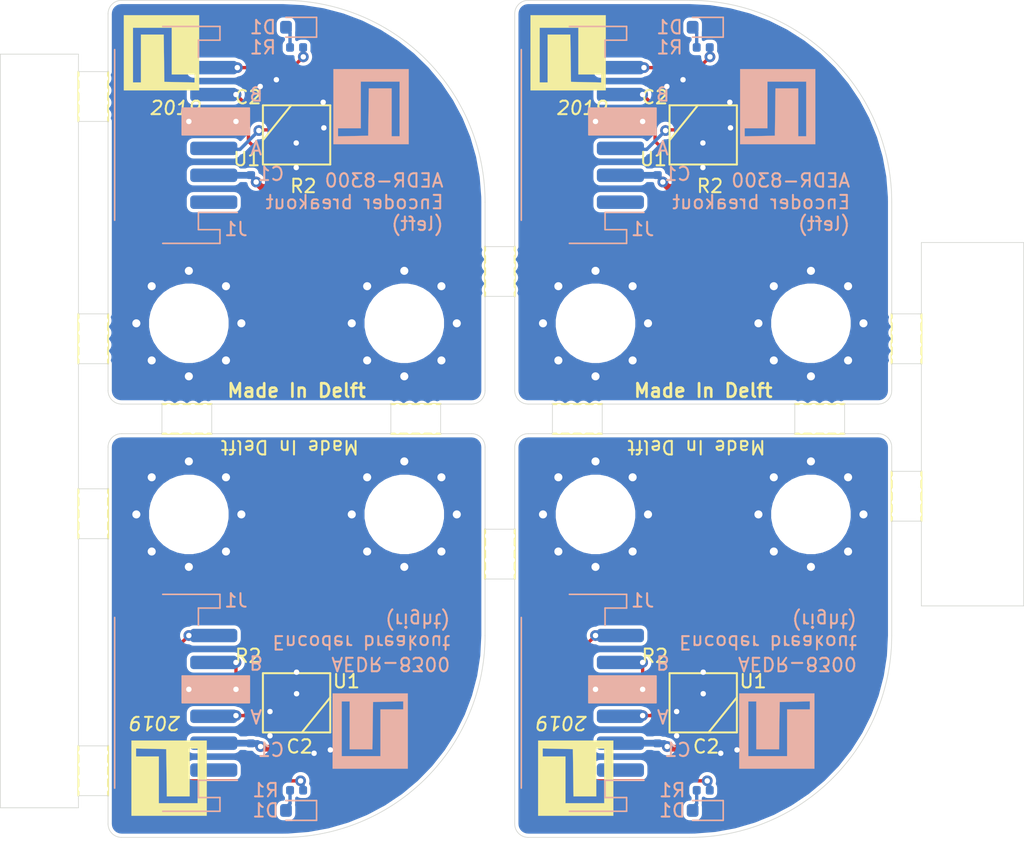
<source format=kicad_pcb>
(kicad_pcb (version 20171130) (host pcbnew 5.1.4-e60b266~84~ubuntu18.04.1)
  (layers (0 F.Cu signal) (31 B.Cu signal) (34 B.Paste user) (35 F.Paste user) (36 B.SilkS user) (37 F.SilkS user) (38 B.Mask user) (39 F.Mask user) (44 Edge.Cuts user))
  (net 0 "")
  (net 1 GND)
  (net 2 +5V)
  (net 3 "Net-(D1-Pad2)")
  (net 4 /Ch_B)
  (net 5 /Ch_A)
  (net 6 /STATUS_LED_3V3)
  (net 7 "Net-(R2-Pad2)")
  (module Jitter_Footprints:MouseBite_3.7mmx2.2mm (layer F.Cu) (at 198.2 125)
    (fp_text reference REF** hide)
    (fp_text value MouseBite_3.7mmx2.2mm hide)
    (pad "" np_thru_hole circle (at 1.95 3.2) (size 0.5 0.5) (drill 0.5) (layers *.Cu *.Mask))
    (pad "" np_thru_hole circle (at 0.25 3.2) (size 0.5 0.5) (drill 0.5) (layers *.Cu *.Mask))
    (pad "" np_thru_hole circle (at 1.95 2.3) (size 0.5 0.5) (drill 0.5) (layers *.Cu *.Mask))
    (pad "" np_thru_hole circle (at 0.25 2.3) (size 0.5 0.5) (drill 0.5) (layers *.Cu *.Mask))
    (pad "" np_thru_hole circle (at 1.95 1.4) (size 0.5 0.5) (drill 0.5) (layers *.Cu *.Mask))
    (pad "" np_thru_hole circle (at 0.25 1.4) (size 0.5 0.5) (drill 0.5) (layers *.Cu *.Mask))
    (pad "" np_thru_hole circle (at 1.95 0.5) (size 0.5 0.5) (drill 0.5) (layers *.Cu *.Mask))
    (pad "" np_thru_hole circle (at 0.25 0.5) (size 0.5 0.5) (drill 0.5) (layers *.Cu *.Mask))
  )
  (module Jitter_Footprints:MouseBite_3.7mmx2.2mm (layer F.Cu) (at 194.7 120 270)
    (fp_text reference REF** hide)
    (fp_text value MouseBite_3.7mmx2.2mm hide)
    (pad "" np_thru_hole circle (at 0.25 0.5 270) (size 0.5 0.5) (drill 0.5) (layers *.Cu *.Mask))
    (pad "" np_thru_hole circle (at 1.95 0.5 270) (size 0.5 0.5) (drill 0.5) (layers *.Cu *.Mask))
    (pad "" np_thru_hole circle (at 0.25 1.4 270) (size 0.5 0.5) (drill 0.5) (layers *.Cu *.Mask))
    (pad "" np_thru_hole circle (at 1.95 1.4 270) (size 0.5 0.5) (drill 0.5) (layers *.Cu *.Mask))
    (pad "" np_thru_hole circle (at 0.25 2.3 270) (size 0.5 0.5) (drill 0.5) (layers *.Cu *.Mask))
    (pad "" np_thru_hole circle (at 1.95 2.3 270) (size 0.5 0.5) (drill 0.5) (layers *.Cu *.Mask))
    (pad "" np_thru_hole circle (at 0.25 3.2 270) (size 0.5 0.5) (drill 0.5) (layers *.Cu *.Mask))
    (pad "" np_thru_hole circle (at 1.95 3.2 270) (size 0.5 0.5) (drill 0.5) (layers *.Cu *.Mask))
  )
  (module Jitter_Footprints:MouseBite_3.7mmx2.2mm (layer F.Cu) (at 176.7 120 270)
    (fp_text reference REF** hide)
    (fp_text value MouseBite_3.7mmx2.2mm hide)
    (pad "" np_thru_hole circle (at 0.25 0.5 270) (size 0.5 0.5) (drill 0.5) (layers *.Cu *.Mask))
    (pad "" np_thru_hole circle (at 1.95 0.5 270) (size 0.5 0.5) (drill 0.5) (layers *.Cu *.Mask))
    (pad "" np_thru_hole circle (at 0.25 1.4 270) (size 0.5 0.5) (drill 0.5) (layers *.Cu *.Mask))
    (pad "" np_thru_hole circle (at 1.95 1.4 270) (size 0.5 0.5) (drill 0.5) (layers *.Cu *.Mask))
    (pad "" np_thru_hole circle (at 0.25 2.3 270) (size 0.5 0.5) (drill 0.5) (layers *.Cu *.Mask))
    (pad "" np_thru_hole circle (at 1.95 2.3 270) (size 0.5 0.5) (drill 0.5) (layers *.Cu *.Mask))
    (pad "" np_thru_hole circle (at 0.25 3.2 270) (size 0.5 0.5) (drill 0.5) (layers *.Cu *.Mask))
    (pad "" np_thru_hole circle (at 1.95 3.2 270) (size 0.5 0.5) (drill 0.5) (layers *.Cu *.Mask))
  )
  (module Jitter_Footprints:MouseBite_3.7mmx2.2mm (layer F.Cu) (at 164.7 120 270)
    (fp_text reference REF** hide)
    (fp_text value MouseBite_3.7mmx2.2mm hide)
    (pad "" np_thru_hole circle (at 0.25 0.5 270) (size 0.5 0.5) (drill 0.5) (layers *.Cu *.Mask))
    (pad "" np_thru_hole circle (at 1.95 0.5 270) (size 0.5 0.5) (drill 0.5) (layers *.Cu *.Mask))
    (pad "" np_thru_hole circle (at 0.25 1.4 270) (size 0.5 0.5) (drill 0.5) (layers *.Cu *.Mask))
    (pad "" np_thru_hole circle (at 1.95 1.4 270) (size 0.5 0.5) (drill 0.5) (layers *.Cu *.Mask))
    (pad "" np_thru_hole circle (at 0.25 2.3 270) (size 0.5 0.5) (drill 0.5) (layers *.Cu *.Mask))
    (pad "" np_thru_hole circle (at 1.95 2.3 270) (size 0.5 0.5) (drill 0.5) (layers *.Cu *.Mask))
    (pad "" np_thru_hole circle (at 0.25 3.2 270) (size 0.5 0.5) (drill 0.5) (layers *.Cu *.Mask))
    (pad "" np_thru_hole circle (at 1.95 3.2 270) (size 0.5 0.5) (drill 0.5) (layers *.Cu *.Mask))
  )
  (module Jitter_Footprints:MouseBite_3.7mmx2.2mm (layer F.Cu) (at 147.7 120 270)
    (fp_text reference REF** hide)
    (fp_text value MouseBite_3.7mmx2.2mm hide)
    (pad "" np_thru_hole circle (at 0.25 0.5 270) (size 0.5 0.5) (drill 0.5) (layers *.Cu *.Mask))
    (pad "" np_thru_hole circle (at 1.95 0.5 270) (size 0.5 0.5) (drill 0.5) (layers *.Cu *.Mask))
    (pad "" np_thru_hole circle (at 0.25 1.4 270) (size 0.5 0.5) (drill 0.5) (layers *.Cu *.Mask))
    (pad "" np_thru_hole circle (at 1.95 1.4 270) (size 0.5 0.5) (drill 0.5) (layers *.Cu *.Mask))
    (pad "" np_thru_hole circle (at 0.25 2.3 270) (size 0.5 0.5) (drill 0.5) (layers *.Cu *.Mask))
    (pad "" np_thru_hole circle (at 1.95 2.3 270) (size 0.5 0.5) (drill 0.5) (layers *.Cu *.Mask))
    (pad "" np_thru_hole circle (at 0.25 3.2 270) (size 0.5 0.5) (drill 0.5) (layers *.Cu *.Mask))
    (pad "" np_thru_hole circle (at 1.95 3.2 270) (size 0.5 0.5) (drill 0.5) (layers *.Cu *.Mask))
  )
  (module Jitter_Footprints:Tooling_hole_4mm_4.04mm_paste_dual_sided (layer F.Cu) (at 205 112)
    (fp_text reference REF** hide)
    (fp_text value "Tooling hole 4mm_4.04mm_paste" hide)
    (pad "" np_thru_hole circle (at 0 0) (size 4 4) (drill 4) (layers *.Cu *.Paste *.Mask))
  )
  (module Jitter_Footprints:Tooling_hole_4mm_4.04mm_paste_dual_sided (layer F.Cu) (at 205 132)
    (fp_text reference REF** hide)
    (fp_text value "Tooling hole 4mm_4.04mm_paste" hide)
    (pad "" np_thru_hole circle (at 0 0) (size 4 4) (drill 4) (layers *.Cu *.Paste *.Mask))
  )
  (module Jitter_Footprints:Tooling_hole_4mm_4.04mm_paste_dual_sided (layer F.Cu) (at 135 142)
    (fp_text reference REF** hide)
    (fp_text value "Tooling hole 4mm_4.04mm_paste" hide)
    (pad "" np_thru_hole circle (at 0 0) (size 4 4) (drill 4) (layers *.Cu *.Paste *.Mask))
  )
  (module Jitter_Footprints:Tooling_hole_4mm_4.04mm_paste_dual_sided (layer F.Cu) (at 135 102)
    (fp_text reference REF** hide)
    (fp_text value "Tooling hole 4mm_4.04mm_paste_dual_sided" hide)
    (pad "" np_thru_hole circle (at 0 0) (size 4 4) (drill 4) (layers *.Cu *.Paste *.Mask))
  )
  (module Jitter_Footprints:MouseBite_3.7mmx2.2mm (layer F.Cu) (at 170.2 133 180)
    (fp_text reference REF** hide)
    (fp_text value MouseBite_3.7mmx2.2mm hide)
    (pad "" np_thru_hole circle (at 1.95 3.2 180) (size 0.5 0.5) (drill 0.5) (layers *.Cu *.Mask))
    (pad "" np_thru_hole circle (at 0.25 3.2 180) (size 0.5 0.5) (drill 0.5) (layers *.Cu *.Mask))
    (pad "" np_thru_hole circle (at 1.95 2.3 180) (size 0.5 0.5) (drill 0.5) (layers *.Cu *.Mask))
    (pad "" np_thru_hole circle (at 0.25 2.3 180) (size 0.5 0.5) (drill 0.5) (layers *.Cu *.Mask))
    (pad "" np_thru_hole circle (at 1.95 1.4 180) (size 0.5 0.5) (drill 0.5) (layers *.Cu *.Mask))
    (pad "" np_thru_hole circle (at 0.25 1.4 180) (size 0.5 0.5) (drill 0.5) (layers *.Cu *.Mask))
    (pad "" np_thru_hole circle (at 1.95 0.5 180) (size 0.5 0.5) (drill 0.5) (layers *.Cu *.Mask))
    (pad "" np_thru_hole circle (at 0.25 0.5 180) (size 0.5 0.5) (drill 0.5) (layers *.Cu *.Mask))
  )
  (module Jitter_Footprints:MouseBite_3.7mmx2.2mm (layer F.Cu) (at 200.4 117 180)
    (fp_text reference REF** hide)
    (fp_text value MouseBite_3.7mmx2.2mm hide)
    (pad "" np_thru_hole circle (at 1.95 3.2 180) (size 0.5 0.5) (drill 0.5) (layers *.Cu *.Mask))
    (pad "" np_thru_hole circle (at 0.25 3.2 180) (size 0.5 0.5) (drill 0.5) (layers *.Cu *.Mask))
    (pad "" np_thru_hole circle (at 1.95 2.3 180) (size 0.5 0.5) (drill 0.5) (layers *.Cu *.Mask))
    (pad "" np_thru_hole circle (at 0.25 2.3 180) (size 0.5 0.5) (drill 0.5) (layers *.Cu *.Mask))
    (pad "" np_thru_hole circle (at 1.95 1.4 180) (size 0.5 0.5) (drill 0.5) (layers *.Cu *.Mask))
    (pad "" np_thru_hole circle (at 0.25 1.4 180) (size 0.5 0.5) (drill 0.5) (layers *.Cu *.Mask))
    (pad "" np_thru_hole circle (at 1.95 0.5 180) (size 0.5 0.5) (drill 0.5) (layers *.Cu *.Mask))
    (pad "" np_thru_hole circle (at 0.25 0.5 180) (size 0.5 0.5) (drill 0.5) (layers *.Cu *.Mask))
  )
  (module Jitter_Footprints:MouseBite_3.7mmx2.2mm (layer F.Cu) (at 140 99 180)
    (fp_text reference REF** hide)
    (fp_text value MouseBite_3.7mmx2.2mm hide)
    (pad "" np_thru_hole circle (at 1.95 3.2 180) (size 0.5 0.5) (drill 0.5) (layers *.Cu *.Mask))
    (pad "" np_thru_hole circle (at 0.25 3.2 180) (size 0.5 0.5) (drill 0.5) (layers *.Cu *.Mask))
    (pad "" np_thru_hole circle (at 1.95 2.3 180) (size 0.5 0.5) (drill 0.5) (layers *.Cu *.Mask))
    (pad "" np_thru_hole circle (at 0.25 2.3 180) (size 0.5 0.5) (drill 0.5) (layers *.Cu *.Mask))
    (pad "" np_thru_hole circle (at 1.95 1.4 180) (size 0.5 0.5) (drill 0.5) (layers *.Cu *.Mask))
    (pad "" np_thru_hole circle (at 0.25 1.4 180) (size 0.5 0.5) (drill 0.5) (layers *.Cu *.Mask))
    (pad "" np_thru_hole circle (at 1.95 0.5 180) (size 0.5 0.5) (drill 0.5) (layers *.Cu *.Mask))
    (pad "" np_thru_hole circle (at 0.25 0.5 180) (size 0.5 0.5) (drill 0.5) (layers *.Cu *.Mask))
  )
  (module Jitter_Footprints:MouseBite_3.7mmx2.2mm (layer F.Cu) (at 140 117 180)
    (fp_text reference REF** hide)
    (fp_text value MouseBite_3.7mmx2.2mm hide)
    (pad "" np_thru_hole circle (at 1.95 3.2 180) (size 0.5 0.5) (drill 0.5) (layers *.Cu *.Mask))
    (pad "" np_thru_hole circle (at 0.25 3.2 180) (size 0.5 0.5) (drill 0.5) (layers *.Cu *.Mask))
    (pad "" np_thru_hole circle (at 1.95 2.3 180) (size 0.5 0.5) (drill 0.5) (layers *.Cu *.Mask))
    (pad "" np_thru_hole circle (at 0.25 2.3 180) (size 0.5 0.5) (drill 0.5) (layers *.Cu *.Mask))
    (pad "" np_thru_hole circle (at 1.95 1.4 180) (size 0.5 0.5) (drill 0.5) (layers *.Cu *.Mask))
    (pad "" np_thru_hole circle (at 0.25 1.4 180) (size 0.5 0.5) (drill 0.5) (layers *.Cu *.Mask))
    (pad "" np_thru_hole circle (at 1.95 0.5 180) (size 0.5 0.5) (drill 0.5) (layers *.Cu *.Mask))
    (pad "" np_thru_hole circle (at 0.25 0.5 180) (size 0.5 0.5) (drill 0.5) (layers *.Cu *.Mask))
  )
  (module Jitter_Footprints:MouseBite_3.7mmx2.2mm (layer F.Cu) (at 140 130 180)
    (fp_text reference REF** hide)
    (fp_text value MouseBite_3.7mmx2.2mm hide)
    (pad "" np_thru_hole circle (at 1.95 3.2 180) (size 0.5 0.5) (drill 0.5) (layers *.Cu *.Mask))
    (pad "" np_thru_hole circle (at 0.25 3.2 180) (size 0.5 0.5) (drill 0.5) (layers *.Cu *.Mask))
    (pad "" np_thru_hole circle (at 1.95 2.3 180) (size 0.5 0.5) (drill 0.5) (layers *.Cu *.Mask))
    (pad "" np_thru_hole circle (at 0.25 2.3 180) (size 0.5 0.5) (drill 0.5) (layers *.Cu *.Mask))
    (pad "" np_thru_hole circle (at 1.95 1.4 180) (size 0.5 0.5) (drill 0.5) (layers *.Cu *.Mask))
    (pad "" np_thru_hole circle (at 0.25 1.4 180) (size 0.5 0.5) (drill 0.5) (layers *.Cu *.Mask))
    (pad "" np_thru_hole circle (at 1.95 0.5 180) (size 0.5 0.5) (drill 0.5) (layers *.Cu *.Mask))
    (pad "" np_thru_hole circle (at 0.25 0.5 180) (size 0.5 0.5) (drill 0.5) (layers *.Cu *.Mask))
  )
  (module Jitter_Footprints:MouseBite_3.7mmx2.2mm (layer F.Cu) (at 140 149.1 180)
    (fp_text reference REF** hide)
    (fp_text value MouseBite_3.7mmx2.2mm hide)
    (pad "" np_thru_hole circle (at 1.95 3.2 180) (size 0.5 0.5) (drill 0.5) (layers *.Cu *.Mask))
    (pad "" np_thru_hole circle (at 0.25 3.2 180) (size 0.5 0.5) (drill 0.5) (layers *.Cu *.Mask))
    (pad "" np_thru_hole circle (at 1.95 2.3 180) (size 0.5 0.5) (drill 0.5) (layers *.Cu *.Mask))
    (pad "" np_thru_hole circle (at 0.25 2.3 180) (size 0.5 0.5) (drill 0.5) (layers *.Cu *.Mask))
    (pad "" np_thru_hole circle (at 1.95 1.4 180) (size 0.5 0.5) (drill 0.5) (layers *.Cu *.Mask))
    (pad "" np_thru_hole circle (at 0.25 1.4 180) (size 0.5 0.5) (drill 0.5) (layers *.Cu *.Mask))
    (pad "" np_thru_hole circle (at 1.95 0.5 180) (size 0.5 0.5) (drill 0.5) (layers *.Cu *.Mask))
    (pad "" np_thru_hole circle (at 0.25 0.5 180) (size 0.5 0.5) (drill 0.5) (layers *.Cu *.Mask))
  )
  (module Jitter_Footprints:MouseBite_3.7mmx2.2mm (layer F.Cu) (at 170.2 112 180)
    (fp_text reference REF** hide)
    (fp_text value MouseBite_3.7mmx2.2mm hide)
    (pad "" np_thru_hole circle (at 1.95 3.2 180) (size 0.5 0.5) (drill 0.5) (layers *.Cu *.Mask))
    (pad "" np_thru_hole circle (at 0.25 3.2 180) (size 0.5 0.5) (drill 0.5) (layers *.Cu *.Mask))
    (pad "" np_thru_hole circle (at 1.95 2.3 180) (size 0.5 0.5) (drill 0.5) (layers *.Cu *.Mask))
    (pad "" np_thru_hole circle (at 0.25 2.3 180) (size 0.5 0.5) (drill 0.5) (layers *.Cu *.Mask))
    (pad "" np_thru_hole circle (at 1.95 1.4 180) (size 0.5 0.5) (drill 0.5) (layers *.Cu *.Mask))
    (pad "" np_thru_hole circle (at 0.25 1.4 180) (size 0.5 0.5) (drill 0.5) (layers *.Cu *.Mask))
    (pad "" np_thru_hole circle (at 1.95 0.5 180) (size 0.5 0.5) (drill 0.5) (layers *.Cu *.Mask))
    (pad "" np_thru_hole circle (at 0.25 0.5 180) (size 0.5 0.5) (drill 0.5) (layers *.Cu *.Mask))
  )
  (module Jitter_Footprints:MountingHole_M4_threaded_6mm (layer B.Cu) (at 162 114)
    (fp_text reference H2 hide)
    (fp_text value 9774060482R hide)
    (pad 1 thru_hole custom (at 0 3.94 270) (size 1.6 1.6) (drill 0.6) (layers *.Cu *.Mask) (net 1 GND) (options (clearance outline) (anchor circle)) (primitives (gr_circle (center -3.94 0) (end 0 0) (width 1.92))))
    (pad 1 thru_hole circle (at -2.757716 -2.757716 135) (size 1.6 1.6) (drill 0.6) (layers *.Cu *.Mask) (net 1 GND))
    (pad 1 thru_hole circle (at 2.757716 -2.757716 45) (size 1.6 1.6) (drill 0.6) (layers *.Cu *.Mask) (net 1 GND))
    (pad 1 thru_hole circle (at -2.757716 2.757716 225) (size 1.6 1.6) (drill 0.6) (layers *.Cu *.Mask) (net 1 GND))
    (pad 1 thru_hole circle (at 2.757716 2.757716 315) (size 1.6 1.6) (drill 0.6) (layers *.Cu *.Mask) (net 1 GND))
    (pad 1 thru_hole circle (at 0 -3.9 90) (size 1.6 1.6) (drill 0.6) (layers *.Cu *.Mask) (net 1 GND))
    (pad 1 thru_hole circle (at -3.9 0 180) (size 1.6 1.6) (drill 0.6) (layers *.Cu *.Mask) (net 1 GND))
    (pad 1 thru_hole circle (at 3.9 0) (size 1.6 1.6) (drill 0.6) (layers *.Cu *.Mask) (net 1 GND))
    (pad "" np_thru_hole circle (at 0 0) (size 5.4 5.4) (drill 5.4) (layers *.Cu *.Mask))
  )
  (module Jitter_Footprints:MountingHole_M4_threaded_6mm (layer B.Cu) (at 146 114)
    (fp_text reference H1 hide)
    (fp_text value 9774060482R hide)
    (pad 1 thru_hole custom (at 0 3.94 270) (size 1.6 1.6) (drill 0.6) (layers *.Cu *.Mask) (net 1 GND) (options (clearance outline) (anchor circle)) (primitives (gr_circle (center -3.94 0) (end 0 0) (width 1.92))))
    (pad 1 thru_hole circle (at -2.757716 -2.757716 135) (size 1.6 1.6) (drill 0.6) (layers *.Cu *.Mask) (net 1 GND))
    (pad 1 thru_hole circle (at 2.757716 -2.757716 45) (size 1.6 1.6) (drill 0.6) (layers *.Cu *.Mask) (net 1 GND))
    (pad 1 thru_hole circle (at -2.757716 2.757716 225) (size 1.6 1.6) (drill 0.6) (layers *.Cu *.Mask) (net 1 GND))
    (pad 1 thru_hole circle (at 2.757716 2.757716 315) (size 1.6 1.6) (drill 0.6) (layers *.Cu *.Mask) (net 1 GND))
    (pad 1 thru_hole circle (at 0 -3.9 90) (size 1.6 1.6) (drill 0.6) (layers *.Cu *.Mask) (net 1 GND))
    (pad 1 thru_hole circle (at -3.9 0 180) (size 1.6 1.6) (drill 0.6) (layers *.Cu *.Mask) (net 1 GND))
    (pad 1 thru_hole circle (at 3.9 0) (size 1.6 1.6) (drill 0.6) (layers *.Cu *.Mask) (net 1 GND))
    (pad "" np_thru_hole circle (at 0 0) (size 5.4 5.4) (drill 5.4) (layers *.Cu *.Mask))
  )
  (module Jitter_Logos:JitterLogo (layer B.Cu) (at 160 98 180)
    (fp_text reference LOGO2 hide)
    (fp_text value LOGO hide)
  )
  (module Jitter_Logos:JitterLogo (layer F.Cu) (at 143.5 94)
    (fp_text reference LOGO1 hide)
    (fp_text value LOGO hide)
  )
  (module Jitter_Footprints:JST_PH_S6B-PH-SM4-TB_1x06-1MP_P2.00mm_Horizontal (layer B.Cu) (at 145 100 90)
    (fp_text reference J1 (at -7 4.5) (layer B.SilkS) (effects (justify mirror)))
    (fp_text value Conn_01x06_MountingPin)
    (pad 1 smd roundrect (at -5 2.85 90) (size 1 3.5) (layers B.Cu B.Paste B.Mask))
    (pad 2 smd roundrect (at -3 2.85 90) (size 1 3.5) (layers B.Cu B.Paste B.Mask) (net 2 +5V))
    (pad 3 smd roundrect (at -1 2.85 90) (size 1 3.5) (layers B.Cu B.Paste B.Mask) (net 5 /Ch_A))
    (pad 4 smd roundrect (at 1 2.85 90) (size 1 3.5) (layers B.Cu B.Paste B.Mask) (net 1 GND))
    (pad 5 smd roundrect (at 3 2.85 90) (size 1 3.5) (layers B.Cu B.Paste B.Mask) (net 4 /Ch_B))
    (pad 6 smd roundrect (at 5 2.85 90) (size 1 3.5) (layers B.Cu B.Paste B.Mask) (net 6 /STATUS_LED_3V3))
    (pad MP smd roundrect (at -7.35 -2.9 90) (size 1.5 3.4) (layers B.Cu B.Paste B.Mask) (roundrect_rratio 0.166667) (net 1 GND))
    (pad MP smd roundrect (at 7.35 -2.9 90) (size 1.5 3.4) (layers B.Cu B.Paste B.Mask) (roundrect_rratio 0.166667) (net 1 GND))
  )
  (module Jitter_Footprints:AEDR-8300 (layer F.Cu) (at 154 100 90)
    (fp_text reference U1 (at -1.8 -3.7 180) (layer F.SilkS))
    (fp_text value AEDR-8300 hide)
    (pad 1 smd rect (at -1.48 -1.96 90) (size 1.08 0.72) (layers F.Cu F.Paste F.Mask) (net 4 /Ch_B))
    (pad 2 smd rect (at -1.48 0 90) (size 1.08 0.72) (layers F.Cu F.Paste F.Mask) (net 1 GND))
    (pad 3 smd rect (at -1.48 1.96 90) (size 1.08 0.72) (layers F.Cu F.Paste F.Mask) (net 7 "Net-(R2-Pad2)"))
    (pad 4 smd rect (at 1.48 1.96 90) (size 1.08 0.72) (layers F.Cu F.Paste F.Mask) (net 1 GND))
    (pad 5 smd rect (at 1.48 0 90) (size 1.08 0.72) (layers F.Cu F.Paste F.Mask) (net 5 /Ch_A))
    (pad 6 smd rect (at 1.48 -1.96 90) (size 1.08 0.72) (layers F.Cu F.Paste F.Mask) (net 2 +5V))
  )
  (module Resistor_SMD:R_0402_1005Metric (layer F.Cu) (at 156.08 103.325 90)
    (fp_text reference R2 (at -0.475 -1.58 180) (layer F.SilkS))
    (fp_text value 220)
    (pad 1 smd roundrect (at -0.485 0 90) (size 0.59 0.64) (layers F.Cu F.Paste F.Mask) (net 2 +5V))
    (pad 2 smd roundrect (at 0.485 0 90) (size 0.59 0.64) (layers F.Cu F.Paste F.Mask) (net 7 "Net-(R2-Pad2)"))
  )
  (module Resistor_SMD:R_0402_1005Metric (layer B.Cu) (at 154 93.5 180)
    (fp_text reference R1 (at 2.5 0) (layer B.SilkS) (effects (justify mirror)))
    (fp_text value 220)
    (pad 1 smd roundrect (at -0.485 0 180) (size 0.59 0.64) (layers B.Cu B.Paste B.Mask) (net 6 /STATUS_LED_3V3))
    (pad 2 smd roundrect (at 0.485 0 180) (size 0.59 0.64) (layers B.Cu B.Paste B.Mask) (net 3 "Net-(D1-Pad2)"))
  )
  (module LED_SMD:LED_0603_1608Metric (layer B.Cu) (at 154 92 180)
    (fp_text reference D1 (at 2.5 0) (layer B.SilkS) (effects (justify mirror)))
    (fp_text value KPT-1608EC)
    (pad 1 smd roundrect (at -0.7875 0 180) (size 0.875 0.95) (layers B.Cu B.Paste B.Mask) (net 1 GND))
    (pad 2 smd roundrect (at 0.7875 0 180) (size 0.875 0.95) (layers B.Cu B.Paste B.Mask) (net 3 "Net-(D1-Pad2)"))
  )
  (module Capacitor_SMD:C_0402_1005Metric (layer F.Cu) (at 151.92 96.7 90)
    (fp_text reference C2 (at -0.5 -1.52 180) (layer F.SilkS))
    (fp_text value 100nF)
    (pad 1 smd roundrect (at -0.485 0 90) (size 0.59 0.64) (layers F.Cu F.Paste F.Mask) (net 2 +5V))
    (pad 2 smd roundrect (at 0.485 0 90) (size 0.59 0.64) (layers F.Cu F.Paste F.Mask) (net 1 GND))
  )
  (module Capacitor_SMD:C_0402_1005Metric (layer B.Cu) (at 150.6 102.5 90)
    (fp_text reference C1 (at -0.4 1.5 180) (layer B.SilkS) (effects (justify mirror)))
    (fp_text value 100nF)
    (pad 1 smd roundrect (at -0.485 0 90) (size 0.59 0.64) (layers B.Cu B.Paste B.Mask) (net 2 +5V))
    (pad 2 smd roundrect (at 0.485 0 90) (size 0.59 0.64) (layers B.Cu B.Paste B.Mask) (net 1 GND))
  )
  (module Jitter_Footprints:MountingHole_M4_threaded_6mm (layer B.Cu) (at 192.2 114)
    (fp_text reference H2 hide)
    (fp_text value 9774060482R hide)
    (pad 1 thru_hole custom (at 0 3.94 270) (size 1.6 1.6) (drill 0.6) (layers *.Cu *.Mask) (net 1 GND) (options (clearance outline) (anchor circle)) (primitives (gr_circle (center -3.94 0) (end 0 0) (width 1.92))))
    (pad 1 thru_hole circle (at -2.757716 -2.757716 135) (size 1.6 1.6) (drill 0.6) (layers *.Cu *.Mask) (net 1 GND))
    (pad 1 thru_hole circle (at 2.757716 -2.757716 45) (size 1.6 1.6) (drill 0.6) (layers *.Cu *.Mask) (net 1 GND))
    (pad 1 thru_hole circle (at -2.757716 2.757716 225) (size 1.6 1.6) (drill 0.6) (layers *.Cu *.Mask) (net 1 GND))
    (pad 1 thru_hole circle (at 2.757716 2.757716 315) (size 1.6 1.6) (drill 0.6) (layers *.Cu *.Mask) (net 1 GND))
    (pad 1 thru_hole circle (at 0 -3.9 90) (size 1.6 1.6) (drill 0.6) (layers *.Cu *.Mask) (net 1 GND))
    (pad 1 thru_hole circle (at -3.9 0 180) (size 1.6 1.6) (drill 0.6) (layers *.Cu *.Mask) (net 1 GND))
    (pad 1 thru_hole circle (at 3.9 0) (size 1.6 1.6) (drill 0.6) (layers *.Cu *.Mask) (net 1 GND))
    (pad "" np_thru_hole circle (at 0 0) (size 5.4 5.4) (drill 5.4) (layers *.Cu *.Mask))
  )
  (module Jitter_Footprints:MountingHole_M4_threaded_6mm (layer B.Cu) (at 176.2 114)
    (fp_text reference H1 hide)
    (fp_text value 9774060482R hide)
    (pad 1 thru_hole custom (at 0 3.94 270) (size 1.6 1.6) (drill 0.6) (layers *.Cu *.Mask) (net 1 GND) (options (clearance outline) (anchor circle)) (primitives (gr_circle (center -3.94 0) (end 0 0) (width 1.92))))
    (pad 1 thru_hole circle (at -2.757716 -2.757716 135) (size 1.6 1.6) (drill 0.6) (layers *.Cu *.Mask) (net 1 GND))
    (pad 1 thru_hole circle (at 2.757716 -2.757716 45) (size 1.6 1.6) (drill 0.6) (layers *.Cu *.Mask) (net 1 GND))
    (pad 1 thru_hole circle (at -2.757716 2.757716 225) (size 1.6 1.6) (drill 0.6) (layers *.Cu *.Mask) (net 1 GND))
    (pad 1 thru_hole circle (at 2.757716 2.757716 315) (size 1.6 1.6) (drill 0.6) (layers *.Cu *.Mask) (net 1 GND))
    (pad 1 thru_hole circle (at 0 -3.9 90) (size 1.6 1.6) (drill 0.6) (layers *.Cu *.Mask) (net 1 GND))
    (pad 1 thru_hole circle (at -3.9 0 180) (size 1.6 1.6) (drill 0.6) (layers *.Cu *.Mask) (net 1 GND))
    (pad 1 thru_hole circle (at 3.9 0) (size 1.6 1.6) (drill 0.6) (layers *.Cu *.Mask) (net 1 GND))
    (pad "" np_thru_hole circle (at 0 0) (size 5.4 5.4) (drill 5.4) (layers *.Cu *.Mask))
  )
  (module Jitter_Logos:JitterLogo (layer B.Cu) (at 190.2 98 180)
    (fp_text reference LOGO2 hide)
    (fp_text value LOGO hide)
  )
  (module Jitter_Logos:JitterLogo (layer F.Cu) (at 173.7 94)
    (fp_text reference LOGO1 hide)
    (fp_text value LOGO hide)
  )
  (module Jitter_Footprints:JST_PH_S6B-PH-SM4-TB_1x06-1MP_P2.00mm_Horizontal (layer B.Cu) (at 175.2 100 90)
    (fp_text reference J1 (at -7 4.5) (layer B.SilkS) (effects (justify mirror)))
    (fp_text value Conn_01x06_MountingPin)
    (pad 1 smd roundrect (at -5 2.85 90) (size 1 3.5) (layers B.Cu B.Paste B.Mask))
    (pad 2 smd roundrect (at -3 2.85 90) (size 1 3.5) (layers B.Cu B.Paste B.Mask) (net 2 +5V))
    (pad 3 smd roundrect (at -1 2.85 90) (size 1 3.5) (layers B.Cu B.Paste B.Mask) (net 5 /Ch_A))
    (pad 4 smd roundrect (at 1 2.85 90) (size 1 3.5) (layers B.Cu B.Paste B.Mask) (net 1 GND))
    (pad 5 smd roundrect (at 3 2.85 90) (size 1 3.5) (layers B.Cu B.Paste B.Mask) (net 4 /Ch_B))
    (pad 6 smd roundrect (at 5 2.85 90) (size 1 3.5) (layers B.Cu B.Paste B.Mask) (net 6 /STATUS_LED_3V3))
    (pad MP smd roundrect (at -7.35 -2.9 90) (size 1.5 3.4) (layers B.Cu B.Paste B.Mask) (roundrect_rratio 0.166667) (net 1 GND))
    (pad MP smd roundrect (at 7.35 -2.9 90) (size 1.5 3.4) (layers B.Cu B.Paste B.Mask) (roundrect_rratio 0.166667) (net 1 GND))
  )
  (module Jitter_Footprints:AEDR-8300 (layer F.Cu) (at 184.2 100 90)
    (fp_text reference U1 (at -1.8 -3.7 180) (layer F.SilkS))
    (fp_text value AEDR-8300 hide)
    (pad 1 smd rect (at -1.48 -1.96 90) (size 1.08 0.72) (layers F.Cu F.Paste F.Mask) (net 4 /Ch_B))
    (pad 2 smd rect (at -1.48 0 90) (size 1.08 0.72) (layers F.Cu F.Paste F.Mask) (net 1 GND))
    (pad 3 smd rect (at -1.48 1.96 90) (size 1.08 0.72) (layers F.Cu F.Paste F.Mask) (net 7 "Net-(R2-Pad2)"))
    (pad 4 smd rect (at 1.48 1.96 90) (size 1.08 0.72) (layers F.Cu F.Paste F.Mask) (net 1 GND))
    (pad 5 smd rect (at 1.48 0 90) (size 1.08 0.72) (layers F.Cu F.Paste F.Mask) (net 5 /Ch_A))
    (pad 6 smd rect (at 1.48 -1.96 90) (size 1.08 0.72) (layers F.Cu F.Paste F.Mask) (net 2 +5V))
  )
  (module Resistor_SMD:R_0402_1005Metric (layer F.Cu) (at 186.28 103.325 90)
    (fp_text reference R2 (at -0.475 -1.58 180) (layer F.SilkS))
    (fp_text value 220)
    (pad 1 smd roundrect (at -0.485 0 90) (size 0.59 0.64) (layers F.Cu F.Paste F.Mask) (net 2 +5V))
    (pad 2 smd roundrect (at 0.485 0 90) (size 0.59 0.64) (layers F.Cu F.Paste F.Mask) (net 7 "Net-(R2-Pad2)"))
  )
  (module Resistor_SMD:R_0402_1005Metric (layer B.Cu) (at 184.2 93.5 180)
    (fp_text reference R1 (at 2.5 0) (layer B.SilkS) (effects (justify mirror)))
    (fp_text value 220)
    (pad 1 smd roundrect (at -0.485 0 180) (size 0.59 0.64) (layers B.Cu B.Paste B.Mask) (net 6 /STATUS_LED_3V3))
    (pad 2 smd roundrect (at 0.485 0 180) (size 0.59 0.64) (layers B.Cu B.Paste B.Mask) (net 3 "Net-(D1-Pad2)"))
  )
  (module LED_SMD:LED_0603_1608Metric (layer B.Cu) (at 184.2 92 180)
    (fp_text reference D1 (at 2.5 0) (layer B.SilkS) (effects (justify mirror)))
    (fp_text value KPT-1608EC)
    (pad 1 smd roundrect (at -0.7875 0 180) (size 0.875 0.95) (layers B.Cu B.Paste B.Mask) (net 1 GND))
    (pad 2 smd roundrect (at 0.7875 0 180) (size 0.875 0.95) (layers B.Cu B.Paste B.Mask) (net 3 "Net-(D1-Pad2)"))
  )
  (module Capacitor_SMD:C_0402_1005Metric (layer F.Cu) (at 182.12 96.7 90)
    (fp_text reference C2 (at -0.5 -1.52 180) (layer F.SilkS))
    (fp_text value 100nF)
    (pad 1 smd roundrect (at -0.485 0 90) (size 0.59 0.64) (layers F.Cu F.Paste F.Mask) (net 2 +5V))
    (pad 2 smd roundrect (at 0.485 0 90) (size 0.59 0.64) (layers F.Cu F.Paste F.Mask) (net 1 GND))
  )
  (module Capacitor_SMD:C_0402_1005Metric (layer B.Cu) (at 180.8 102.5 90)
    (fp_text reference C1 (at -0.4 1.5 180) (layer B.SilkS) (effects (justify mirror)))
    (fp_text value 100nF)
    (pad 1 smd roundrect (at -0.485 0 90) (size 0.59 0.64) (layers B.Cu B.Paste B.Mask) (net 2 +5V))
    (pad 2 smd roundrect (at 0.485 0 90) (size 0.59 0.64) (layers B.Cu B.Paste B.Mask) (net 1 GND))
  )
  (module Jitter_Footprints:MountingHole_M4_threaded_6mm (layer B.Cu) (at 146 128.2 180)
    (fp_text reference H2 hide)
    (fp_text value 9774060482R hide)
    (pad 1 thru_hole custom (at 0 3.94 90) (size 1.6 1.6) (drill 0.6) (layers *.Cu *.Mask) (net 1 GND) (options (clearance outline) (anchor circle)) (primitives (gr_circle (center -3.94 0) (end 0 0) (width 1.92))))
    (pad 1 thru_hole circle (at -2.757716 -2.757716 315) (size 1.6 1.6) (drill 0.6) (layers *.Cu *.Mask) (net 1 GND))
    (pad 1 thru_hole circle (at 2.757716 -2.757716 225) (size 1.6 1.6) (drill 0.6) (layers *.Cu *.Mask) (net 1 GND))
    (pad 1 thru_hole circle (at -2.757716 2.757716 45) (size 1.6 1.6) (drill 0.6) (layers *.Cu *.Mask) (net 1 GND))
    (pad 1 thru_hole circle (at 2.757716 2.757716 135) (size 1.6 1.6) (drill 0.6) (layers *.Cu *.Mask) (net 1 GND))
    (pad 1 thru_hole circle (at 0 -3.9 270) (size 1.6 1.6) (drill 0.6) (layers *.Cu *.Mask) (net 1 GND))
    (pad 1 thru_hole circle (at -3.9 0) (size 1.6 1.6) (drill 0.6) (layers *.Cu *.Mask) (net 1 GND))
    (pad 1 thru_hole circle (at 3.9 0 180) (size 1.6 1.6) (drill 0.6) (layers *.Cu *.Mask) (net 1 GND))
    (pad "" np_thru_hole circle (at 0 0 180) (size 5.4 5.4) (drill 5.4) (layers *.Cu *.Mask))
  )
  (module Jitter_Footprints:MountingHole_M4_threaded_6mm (layer B.Cu) (at 162 128.2 180)
    (fp_text reference H1 hide)
    (fp_text value 9774060482R hide)
    (pad 1 thru_hole custom (at 0 3.94 90) (size 1.6 1.6) (drill 0.6) (layers *.Cu *.Mask) (net 1 GND) (options (clearance outline) (anchor circle)) (primitives (gr_circle (center -3.94 0) (end 0 0) (width 1.92))))
    (pad 1 thru_hole circle (at -2.757716 -2.757716 315) (size 1.6 1.6) (drill 0.6) (layers *.Cu *.Mask) (net 1 GND))
    (pad 1 thru_hole circle (at 2.757716 -2.757716 225) (size 1.6 1.6) (drill 0.6) (layers *.Cu *.Mask) (net 1 GND))
    (pad 1 thru_hole circle (at -2.757716 2.757716 45) (size 1.6 1.6) (drill 0.6) (layers *.Cu *.Mask) (net 1 GND))
    (pad 1 thru_hole circle (at 2.757716 2.757716 135) (size 1.6 1.6) (drill 0.6) (layers *.Cu *.Mask) (net 1 GND))
    (pad 1 thru_hole circle (at 0 -3.9 270) (size 1.6 1.6) (drill 0.6) (layers *.Cu *.Mask) (net 1 GND))
    (pad 1 thru_hole circle (at -3.9 0) (size 1.6 1.6) (drill 0.6) (layers *.Cu *.Mask) (net 1 GND))
    (pad 1 thru_hole circle (at 3.9 0 180) (size 1.6 1.6) (drill 0.6) (layers *.Cu *.Mask) (net 1 GND))
    (pad "" np_thru_hole circle (at 0 0 180) (size 5.4 5.4) (drill 5.4) (layers *.Cu *.Mask))
  )
  (module Jitter_Logos:JitterLogo (layer B.Cu) (at 159 144.2)
    (fp_text reference LOGO2 hide)
    (fp_text value DNI hide)
  )
  (module Jitter_Logos:JitterLogo (layer F.Cu) (at 145 147.7 180)
    (fp_text reference LOGO1 hide)
    (fp_text value DNI hide)
  )
  (module Jitter_Footprints:JST_PH_S6B-PH-SM4-TB_1x06-1MP_P2.00mm_Horizontal (layer B.Cu) (at 145 142.2 90)
    (fp_text reference J1 (at 7.6 4.5) (layer B.SilkS) (effects (justify mirror)))
    (fp_text value Conn_01x06_MountingPin)
    (pad MP smd roundrect (at 7.35 -2.9 90) (size 1.5 3.4) (layers B.Cu B.Paste B.Mask) (roundrect_rratio 0.166667) (net 1 GND))
    (pad MP smd roundrect (at -7.35 -2.9 90) (size 1.5 3.4) (layers B.Cu B.Paste B.Mask) (roundrect_rratio 0.166667) (net 1 GND))
    (pad 6 smd roundrect (at 5 2.85 90) (size 1 3.5) (layers B.Cu B.Paste B.Mask) (net 6 /STATUS_LED_3V3))
    (pad 5 smd roundrect (at 3 2.85 90) (size 1 3.5) (layers B.Cu B.Paste B.Mask) (net 4 /Ch_B))
    (pad 4 smd roundrect (at 1 2.85 90) (size 1 3.5) (layers B.Cu B.Paste B.Mask) (net 1 GND))
    (pad 3 smd roundrect (at -1 2.85 90) (size 1 3.5) (layers B.Cu B.Paste B.Mask) (net 5 /Ch_A))
    (pad 2 smd roundrect (at -3 2.85 90) (size 1 3.5) (layers B.Cu B.Paste B.Mask) (net 2 +5V))
    (pad 1 smd roundrect (at -5 2.85 90) (size 1 3.5) (layers B.Cu B.Paste B.Mask))
  )
  (module Jitter_Footprints:AEDR-8300 (layer F.Cu) (at 154 142.2 270)
    (fp_text reference U1 (at -1.6 -3.7 180) (layer F.SilkS))
    (fp_text value AEDR-8300 hide)
    (pad 6 smd rect (at 1.48 -1.96 270) (size 1.08 0.72) (layers F.Cu F.Paste F.Mask) (net 2 +5V))
    (pad 5 smd rect (at 1.48 0 270) (size 1.08 0.72) (layers F.Cu F.Paste F.Mask) (net 5 /Ch_A))
    (pad 4 smd rect (at 1.48 1.96 270) (size 1.08 0.72) (layers F.Cu F.Paste F.Mask) (net 1 GND))
    (pad 3 smd rect (at -1.48 1.96 270) (size 1.08 0.72) (layers F.Cu F.Paste F.Mask) (net 7 "Net-(R2-Pad2)"))
    (pad 2 smd rect (at -1.48 0 270) (size 1.08 0.72) (layers F.Cu F.Paste F.Mask) (net 1 GND))
    (pad 1 smd rect (at -1.48 -1.96 270) (size 1.08 0.72) (layers F.Cu F.Paste F.Mask) (net 4 /Ch_B))
  )
  (module Resistor_SMD:R_0402_1005Metric (layer F.Cu) (at 151.925 138.9 270)
    (fp_text reference R2 (at -0.185 1.52 180) (layer F.SilkS))
    (fp_text value 220)
    (pad 2 smd roundrect (at 0.485 0 270) (size 0.59 0.64) (layers F.Cu F.Paste F.Mask) (net 7 "Net-(R2-Pad2)"))
    (pad 1 smd roundrect (at -0.485 0 270) (size 0.59 0.64) (layers F.Cu F.Paste F.Mask) (net 2 +5V))
  )
  (module Resistor_SMD:R_0402_1005Metric (layer B.Cu) (at 154 148.7 180)
    (fp_text reference R1 (at 2.3 0) (layer B.SilkS) (effects (justify mirror)))
    (fp_text value 220)
    (pad 2 smd roundrect (at 0.485 0 180) (size 0.59 0.64) (layers B.Cu B.Paste B.Mask) (net 3 "Net-(D1-Pad2)"))
    (pad 1 smd roundrect (at -0.485 0 180) (size 0.59 0.64) (layers B.Cu B.Paste B.Mask) (net 6 /STATUS_LED_3V3))
  )
  (module LED_SMD:LED_0603_1608Metric (layer B.Cu) (at 154 150.2 180)
    (fp_text reference D1 (at 2.3 0) (layer B.SilkS) (effects (justify mirror)))
    (fp_text value KPT-1608EC)
    (pad 2 smd roundrect (at 0.7875 0 180) (size 0.875 0.95) (layers B.Cu B.Paste B.Mask) (net 3 "Net-(D1-Pad2)"))
    (pad 1 smd roundrect (at -0.7875 0 180) (size 0.875 0.95) (layers B.Cu B.Paste B.Mask) (net 1 GND))
  )
  (module Capacitor_SMD:C_0402_1005Metric (layer F.Cu) (at 155.9 145.35 270)
    (fp_text reference C2 (at 0.1 1.68) (layer F.SilkS))
    (fp_text value 100nF)
    (pad 2 smd roundrect (at 0.485 0 270) (size 0.59 0.64) (layers F.Cu F.Paste F.Mask) (net 1 GND))
    (pad 1 smd roundrect (at -0.485 0 270) (size 0.59 0.64) (layers F.Cu F.Paste F.Mask) (net 2 +5V))
  )
  (module Capacitor_SMD:C_0402_1005Metric (layer B.Cu) (at 150.6 145.7 270)
    (fp_text reference C1 (at 0 -1.5 180) (layer B.SilkS) (effects (justify mirror)))
    (fp_text value 100nF)
    (pad 2 smd roundrect (at 0.485 0 270) (size 0.59 0.64) (layers B.Cu B.Paste B.Mask) (net 1 GND))
    (pad 1 smd roundrect (at -0.485 0 270) (size 0.59 0.64) (layers B.Cu B.Paste B.Mask) (net 2 +5V))
  )
  (module Jitter_Footprints:MountingHole_M4_threaded_6mm (layer B.Cu) (at 176.2 128.2 180)
    (fp_text reference H2 hide)
    (fp_text value 9774060482R hide)
    (pad 1 thru_hole custom (at 0 3.94 90) (size 1.6 1.6) (drill 0.6) (layers *.Cu *.Mask) (net 1 GND) (options (clearance outline) (anchor circle)) (primitives (gr_circle (center -3.94 0) (end 0 0) (width 1.92))))
    (pad 1 thru_hole circle (at -2.757716 -2.757716 315) (size 1.6 1.6) (drill 0.6) (layers *.Cu *.Mask) (net 1 GND))
    (pad 1 thru_hole circle (at 2.757716 -2.757716 225) (size 1.6 1.6) (drill 0.6) (layers *.Cu *.Mask) (net 1 GND))
    (pad 1 thru_hole circle (at -2.757716 2.757716 45) (size 1.6 1.6) (drill 0.6) (layers *.Cu *.Mask) (net 1 GND))
    (pad 1 thru_hole circle (at 2.757716 2.757716 135) (size 1.6 1.6) (drill 0.6) (layers *.Cu *.Mask) (net 1 GND))
    (pad 1 thru_hole circle (at 0 -3.9 270) (size 1.6 1.6) (drill 0.6) (layers *.Cu *.Mask) (net 1 GND))
    (pad 1 thru_hole circle (at -3.9 0) (size 1.6 1.6) (drill 0.6) (layers *.Cu *.Mask) (net 1 GND))
    (pad 1 thru_hole circle (at 3.9 0 180) (size 1.6 1.6) (drill 0.6) (layers *.Cu *.Mask) (net 1 GND))
    (pad "" np_thru_hole circle (at 0 0 180) (size 5.4 5.4) (drill 5.4) (layers *.Cu *.Mask))
  )
  (module Jitter_Footprints:MountingHole_M4_threaded_6mm (layer B.Cu) (at 192.2 128.2 180)
    (fp_text reference H1 hide)
    (fp_text value 9774060482R hide)
    (pad 1 thru_hole custom (at 0 3.94 90) (size 1.6 1.6) (drill 0.6) (layers *.Cu *.Mask) (net 1 GND) (options (clearance outline) (anchor circle)) (primitives (gr_circle (center -3.94 0) (end 0 0) (width 1.92))))
    (pad 1 thru_hole circle (at -2.757716 -2.757716 315) (size 1.6 1.6) (drill 0.6) (layers *.Cu *.Mask) (net 1 GND))
    (pad 1 thru_hole circle (at 2.757716 -2.757716 225) (size 1.6 1.6) (drill 0.6) (layers *.Cu *.Mask) (net 1 GND))
    (pad 1 thru_hole circle (at -2.757716 2.757716 45) (size 1.6 1.6) (drill 0.6) (layers *.Cu *.Mask) (net 1 GND))
    (pad 1 thru_hole circle (at 2.757716 2.757716 135) (size 1.6 1.6) (drill 0.6) (layers *.Cu *.Mask) (net 1 GND))
    (pad 1 thru_hole circle (at 0 -3.9 270) (size 1.6 1.6) (drill 0.6) (layers *.Cu *.Mask) (net 1 GND))
    (pad 1 thru_hole circle (at -3.9 0) (size 1.6 1.6) (drill 0.6) (layers *.Cu *.Mask) (net 1 GND))
    (pad 1 thru_hole circle (at 3.9 0 180) (size 1.6 1.6) (drill 0.6) (layers *.Cu *.Mask) (net 1 GND))
    (pad "" np_thru_hole circle (at 0 0 180) (size 5.4 5.4) (drill 5.4) (layers *.Cu *.Mask))
  )
  (module Jitter_Logos:JitterLogo (layer B.Cu) (at 189.2 144.2)
    (fp_text reference LOGO2 hide)
    (fp_text value DNI hide)
  )
  (module Jitter_Logos:JitterLogo (layer F.Cu) (at 175.2 147.7 180)
    (fp_text reference LOGO1 hide)
    (fp_text value DNI hide)
  )
  (module Jitter_Footprints:JST_PH_S6B-PH-SM4-TB_1x06-1MP_P2.00mm_Horizontal (layer B.Cu) (at 175.2 142.2 90)
    (fp_text reference J1 (at 7.6 4.5) (layer B.SilkS) (effects (justify mirror)))
    (fp_text value Conn_01x06_MountingPin)
    (pad MP smd roundrect (at 7.35 -2.9 90) (size 1.5 3.4) (layers B.Cu B.Paste B.Mask) (roundrect_rratio 0.166667) (net 1 GND))
    (pad MP smd roundrect (at -7.35 -2.9 90) (size 1.5 3.4) (layers B.Cu B.Paste B.Mask) (roundrect_rratio 0.166667) (net 1 GND))
    (pad 6 smd roundrect (at 5 2.85 90) (size 1 3.5) (layers B.Cu B.Paste B.Mask) (net 6 /STATUS_LED_3V3))
    (pad 5 smd roundrect (at 3 2.85 90) (size 1 3.5) (layers B.Cu B.Paste B.Mask) (net 4 /Ch_B))
    (pad 4 smd roundrect (at 1 2.85 90) (size 1 3.5) (layers B.Cu B.Paste B.Mask) (net 1 GND))
    (pad 3 smd roundrect (at -1 2.85 90) (size 1 3.5) (layers B.Cu B.Paste B.Mask) (net 5 /Ch_A))
    (pad 2 smd roundrect (at -3 2.85 90) (size 1 3.5) (layers B.Cu B.Paste B.Mask) (net 2 +5V))
    (pad 1 smd roundrect (at -5 2.85 90) (size 1 3.5) (layers B.Cu B.Paste B.Mask))
  )
  (module Jitter_Footprints:AEDR-8300 (layer F.Cu) (at 184.2 142.2 270)
    (fp_text reference U1 (at -1.6 -3.7 180) (layer F.SilkS))
    (fp_text value AEDR-8300 hide)
    (pad 6 smd rect (at 1.48 -1.96 270) (size 1.08 0.72) (layers F.Cu F.Paste F.Mask) (net 2 +5V))
    (pad 5 smd rect (at 1.48 0 270) (size 1.08 0.72) (layers F.Cu F.Paste F.Mask) (net 5 /Ch_A))
    (pad 4 smd rect (at 1.48 1.96 270) (size 1.08 0.72) (layers F.Cu F.Paste F.Mask) (net 1 GND))
    (pad 3 smd rect (at -1.48 1.96 270) (size 1.08 0.72) (layers F.Cu F.Paste F.Mask) (net 7 "Net-(R2-Pad2)"))
    (pad 2 smd rect (at -1.48 0 270) (size 1.08 0.72) (layers F.Cu F.Paste F.Mask) (net 1 GND))
    (pad 1 smd rect (at -1.48 -1.96 270) (size 1.08 0.72) (layers F.Cu F.Paste F.Mask) (net 4 /Ch_B))
  )
  (module Resistor_SMD:R_0402_1005Metric (layer F.Cu) (at 182.125 138.9 270)
    (fp_text reference R2 (at -0.185 1.52 180) (layer F.SilkS))
    (fp_text value 220)
    (pad 2 smd roundrect (at 0.485 0 270) (size 0.59 0.64) (layers F.Cu F.Paste F.Mask) (net 7 "Net-(R2-Pad2)"))
    (pad 1 smd roundrect (at -0.485 0 270) (size 0.59 0.64) (layers F.Cu F.Paste F.Mask) (net 2 +5V))
  )
  (module Resistor_SMD:R_0402_1005Metric (layer B.Cu) (at 184.2 148.7 180)
    (fp_text reference R1 (at 2.3 0) (layer B.SilkS) (effects (justify mirror)))
    (fp_text value 220)
    (pad 2 smd roundrect (at 0.485 0 180) (size 0.59 0.64) (layers B.Cu B.Paste B.Mask) (net 3 "Net-(D1-Pad2)"))
    (pad 1 smd roundrect (at -0.485 0 180) (size 0.59 0.64) (layers B.Cu B.Paste B.Mask) (net 6 /STATUS_LED_3V3))
  )
  (module LED_SMD:LED_0603_1608Metric (layer B.Cu) (at 184.2 150.2 180)
    (fp_text reference D1 (at 2.3 0) (layer B.SilkS) (effects (justify mirror)))
    (fp_text value KPT-1608EC)
    (pad 2 smd roundrect (at 0.7875 0 180) (size 0.875 0.95) (layers B.Cu B.Paste B.Mask) (net 3 "Net-(D1-Pad2)"))
    (pad 1 smd roundrect (at -0.7875 0 180) (size 0.875 0.95) (layers B.Cu B.Paste B.Mask) (net 1 GND))
  )
  (module Capacitor_SMD:C_0402_1005Metric (layer F.Cu) (at 186.1 145.35 270)
    (fp_text reference C2 (at 0.1 1.68) (layer F.SilkS))
    (fp_text value 100nF)
    (pad 2 smd roundrect (at 0.485 0 270) (size 0.59 0.64) (layers F.Cu F.Paste F.Mask) (net 1 GND))
    (pad 1 smd roundrect (at -0.485 0 270) (size 0.59 0.64) (layers F.Cu F.Paste F.Mask) (net 2 +5V))
  )
  (module Capacitor_SMD:C_0402_1005Metric (layer B.Cu) (at 180.8 145.7 270)
    (fp_text reference C1 (at 0 -1.5 180) (layer B.SilkS) (effects (justify mirror)))
    (fp_text value 100nF)
    (pad 2 smd roundrect (at 0.485 0 270) (size 0.59 0.64) (layers B.Cu B.Paste B.Mask) (net 1 GND))
    (pad 1 smd roundrect (at -0.485 0 270) (size 0.59 0.64) (layers B.Cu B.Paste B.Mask) (net 2 +5V))
  )
  (gr_line (start 140 123.2) (end 140 126.3) (layer Edge.Cuts) (width 0.05))
  (gr_arc (start 167 123.2) (end 168 123.2) (angle -90) (layer Edge.Cuts) (width 0.05))
  (gr_arc (start 141 123.2) (end 141 122.2) (angle -90) (layer Edge.Cuts) (width 0.05))
  (gr_arc (start 141 151.2) (end 140 151.2) (angle -90) (layer Edge.Cuts) (width 0.05))
  (gr_line (start 168 137.2) (end 168 133) (layer Edge.Cuts) (width 0.05))
  (gr_line (start 167 122.2) (end 164.7 122.2) (layer Edge.Cuts) (width 0.05))
  (gr_line (start 168 129.3) (end 168 123.2) (layer Edge.Cuts) (width 0.05))
  (gr_line (start 140 130) (end 140 145.4) (layer Edge.Cuts) (width 0.05))
  (gr_line (start 140 149.1) (end 140 151.2) (layer Edge.Cuts) (width 0.05))
  (gr_line (start 141 152.2) (end 153 152.2) (layer Edge.Cuts) (width 0.05))
  (gr_arc (start 153 137.2) (end 153 152.2) (angle -90) (layer Edge.Cuts) (width 0.05))
  (gr_line (start 144 122.2) (end 141 122.2) (layer Edge.Cuts) (width 0.05))
  (gr_line (start 161 122.2) (end 147.7 122.2) (layer Edge.Cuts) (width 0.05))
  (gr_line (start 168 108.3) (end 168 105) (layer Edge.Cuts) (width 0.05))
  (gr_line (start 164.7 120) (end 167 120) (layer Edge.Cuts) (width 0.05))
  (gr_line (start 141 120) (end 144 120) (layer Edge.Cuts) (width 0.05))
  (gr_line (start 140 99) (end 140 113.3) (layer Edge.Cuts) (width 0.05))
  (gr_arc (start 141 91) (end 141 90) (angle -90) (layer Edge.Cuts) (width 0.05))
  (gr_line (start 153 90) (end 141 90) (layer Edge.Cuts) (width 0.05))
  (gr_arc (start 141 119) (end 140 119) (angle -90) (layer Edge.Cuts) (width 0.05))
  (gr_line (start 147.7 120) (end 161 120) (layer Edge.Cuts) (width 0.05))
  (gr_line (start 140 117) (end 140 119) (layer Edge.Cuts) (width 0.05))
  (gr_arc (start 167 119) (end 167 120) (angle -90) (layer Edge.Cuts) (width 0.05))
  (gr_line (start 140 91) (end 140 95.3) (layer Edge.Cuts) (width 0.05))
  (gr_line (start 168 119) (end 168 112) (layer Edge.Cuts) (width 0.05))
  (gr_arc (start 153 105) (end 168 105) (angle -90) (layer Edge.Cuts) (width 0.05))
  (gr_arc (start 171.2 119) (end 170.2 119) (angle -90) (layer Edge.Cuts) (width 0.05))
  (gr_line (start 170.2 112) (end 170.2 119) (layer Edge.Cuts) (width 0.05))
  (gr_line (start 176.7 120) (end 191 120) (layer Edge.Cuts) (width 0.05))
  (gr_line (start 198.2 113.3) (end 198.2 105) (layer Edge.Cuts) (width 0.05))
  (gr_arc (start 183.2 105) (end 198.2 105) (angle -90) (layer Edge.Cuts) (width 0.05))
  (gr_line (start 171.2 120) (end 173 120) (layer Edge.Cuts) (width 0.05))
  (gr_line (start 198.2 119) (end 198.2 117) (layer Edge.Cuts) (width 0.05))
  (gr_line (start 183.2 90) (end 171.2 90) (layer Edge.Cuts) (width 0.05))
  (gr_arc (start 197.2 119) (end 197.2 120) (angle -90) (layer Edge.Cuts) (width 0.05))
  (gr_line (start 170.2 91) (end 170.2 108.3) (layer Edge.Cuts) (width 0.05))
  (gr_arc (start 171.2 91) (end 171.2 90) (angle -90) (layer Edge.Cuts) (width 0.05))
  (gr_line (start 194.7 120) (end 197.2 120) (layer Edge.Cuts) (width 0.05))
  (gr_line (start 191 120) (end 191 122.2) (layer Edge.Cuts) (width 0.05))
  (gr_line (start 198.2 137.2) (end 198.2 128.7) (layer Edge.Cuts) (width 0.05))
  (gr_line (start 170.2 123.2) (end 170.2 129.3) (layer Edge.Cuts) (width 0.05))
  (gr_line (start 173 120) (end 173 122.2) (layer Edge.Cuts) (width 0.05))
  (gr_arc (start 171.2 123.2) (end 171.2 122.2) (angle -90) (layer Edge.Cuts) (width 0.05))
  (gr_line (start 173 122.2) (end 171.2 122.2) (layer Edge.Cuts) (width 0.05))
  (gr_line (start 198.2 125) (end 198.2 123.2) (layer Edge.Cuts) (width 0.05))
  (gr_line (start 176.7 120) (end 176.7 122.2) (layer Edge.Cuts) (width 0.05))
  (gr_line (start 194.7 120) (end 194.7 122.2) (layer Edge.Cuts) (width 0.05))
  (gr_line (start 170.2 133) (end 170.2 151.2) (layer Edge.Cuts) (width 0.05))
  (gr_arc (start 171.2 151.2) (end 170.2 151.2) (angle -90) (layer Edge.Cuts) (width 0.05))
  (gr_arc (start 197.2 123.2) (end 198.2 123.2) (angle -90) (layer Edge.Cuts) (width 0.05))
  (gr_arc (start 183.2 137.2) (end 183.2 152.2) (angle -90) (layer Edge.Cuts) (width 0.05))
  (gr_line (start 197.2 122.2) (end 194.7 122.2) (layer Edge.Cuts) (width 0.05))
  (gr_line (start 191 122.2) (end 176.7 122.2) (layer Edge.Cuts) (width 0.05))
  (gr_line (start 171.2 152.2) (end 183.2 152.2) (layer Edge.Cuts) (width 0.05))
  (gr_line (start 144 120) (end 144 122.2) (layer Edge.Cuts) (width 0.05))
  (gr_line (start 147.7 120) (end 147.7 122.2) (layer Edge.Cuts) (width 0.05))
  (gr_line (start 161 120) (end 161 122.2) (layer Edge.Cuts) (width 0.05))
  (gr_line (start 164.7 120) (end 164.7 122.2) (layer Edge.Cuts) (width 0.05))
  (gr_line (start 170.2 133) (end 168 133) (layer Edge.Cuts) (width 0.05))
  (gr_line (start 168 129.3) (end 170.2 129.3) (layer Edge.Cuts) (width 0.05))
  (gr_line (start 168 112) (end 170.2 112) (layer Edge.Cuts) (width 0.05))
  (gr_line (start 170.2 108.3) (end 168 108.3) (layer Edge.Cuts) (width 0.05))
  (gr_line (start 137.8 117) (end 140 117) (layer Edge.Cuts) (width 0.05))
  (gr_line (start 137.8 126.3) (end 137.8 117) (layer Edge.Cuts) (width 0.05))
  (gr_line (start 140 126.3) (end 137.8 126.3) (layer Edge.Cuts) (width 0.05))
  (gr_line (start 137.8 130) (end 140 130) (layer Edge.Cuts) (width 0.05))
  (gr_line (start 137.8 145.4) (end 137.8 130) (layer Edge.Cuts) (width 0.05))
  (gr_line (start 140 145.4) (end 137.8 145.4) (layer Edge.Cuts) (width 0.05))
  (gr_line (start 137.8 149.1) (end 140 149.1) (layer Edge.Cuts) (width 0.05))
  (gr_line (start 137.8 150) (end 137.8 149.1) (layer Edge.Cuts) (width 0.05))
  (gr_line (start 137.7 150) (end 137.8 150) (layer Edge.Cuts) (width 0.05))
  (gr_line (start 132 150) (end 137.7 150) (layer Edge.Cuts) (width 0.05))
  (gr_line (start 132 94) (end 132 150) (layer Edge.Cuts) (width 0.05))
  (gr_line (start 137.8 94) (end 132 94) (layer Edge.Cuts) (width 0.05))
  (gr_line (start 137.8 95.3) (end 137.8 94) (layer Edge.Cuts) (width 0.05))
  (gr_line (start 140 95.3) (end 137.8 95.3) (layer Edge.Cuts) (width 0.05))
  (gr_line (start 137.8 99) (end 140 99) (layer Edge.Cuts) (width 0.05))
  (gr_line (start 137.8 113.3) (end 137.8 99) (layer Edge.Cuts) (width 0.05))
  (gr_line (start 140 113.3) (end 137.8 113.3) (layer Edge.Cuts) (width 0.05))
  (gr_line (start 200.4 117) (end 198.2 117) (layer Edge.Cuts) (width 0.05))
  (gr_line (start 200.4 125) (end 200.4 117) (layer Edge.Cuts) (width 0.05))
  (gr_line (start 198.2 125) (end 200.4 125) (layer Edge.Cuts) (width 0.05))
  (gr_line (start 200.4 128.7) (end 198.2 128.7) (layer Edge.Cuts) (width 0.05))
  (gr_line (start 200.4 135) (end 200.4 128.7) (layer Edge.Cuts) (width 0.05))
  (gr_line (start 208 135) (end 200.4 135) (layer Edge.Cuts) (width 0.05))
  (gr_line (start 208 108) (end 208 135) (layer Edge.Cuts) (width 0.05))
  (gr_line (start 200.4 108) (end 208 108) (layer Edge.Cuts) (width 0.05))
  (gr_line (start 200.4 113.3) (end 200.4 108) (layer Edge.Cuts) (width 0.05))
  (gr_line (start 198.2 113.3) (end 200.4 113.3) (layer Edge.Cuts) (width 0.05))
  (gr_text A (at 151 101) (layer B.SilkS) (effects (font (size 1 1)) (justify mirror)))
  (gr_text B (at 151 97) (layer B.SilkS) (effects (font (size 1 1)) (justify mirror)))
  (gr_poly (pts (xy 145.5 98) (xy 150.5 98) (xy 150.5 100) (xy 145.5 100)) (layer B.SilkS) (width 0.1))
  (gr_text 2019 (at 145 98) (layer F.SilkS) (effects (font (size 1 1) (thickness 0.15) italic)))
  (gr_text "Made In Delft" (at 154 119) (layer F.SilkS) (effects (font (size 1 1) (thickness 0.2))))
  (gr_text "AEDR-8300\nEncoder breakout\n(left)" (at 165 105) (layer B.SilkS) (effects (font (size 1 1)) (justify left mirror)))
  (gr_text A (at 181.2 101) (layer B.SilkS) (effects (font (size 1 1)) (justify mirror)))
  (gr_text B (at 181.2 97) (layer B.SilkS) (effects (font (size 1 1)) (justify mirror)))
  (gr_poly (pts (xy 175.7 98) (xy 180.7 98) (xy 180.7 100) (xy 175.7 100)) (layer B.SilkS) (width 0.1))
  (gr_text 2019 (at 175.2 98) (layer F.SilkS) (effects (font (size 1 1) (thickness 0.15) italic)))
  (gr_text "Made In Delft" (at 184.2 119) (layer F.SilkS) (effects (font (size 1 1) (thickness 0.2))))
  (gr_text "AEDR-8300\nEncoder breakout\n(left)" (at 195.2 105) (layer B.SilkS) (effects (font (size 1 1)) (justify left mirror)))
  (gr_text A (at 151 143.2 180) (layer B.SilkS) (effects (font (size 1 1)) (justify mirror)))
  (gr_text B (at 151 139.2 180) (layer B.SilkS) (effects (font (size 1 1)) (justify mirror)))
  (gr_poly (pts (xy 145.5 142.2) (xy 145.5 140.2) (xy 150.5 140.2) (xy 150.5 142.2)) (layer B.SilkS) (width 0.1))
  (gr_text "AEDR-8300\nEncoder breakout\n(right)" (at 165.5 137.7 180) (layer B.SilkS) (effects (font (size 1 1)) (justify right mirror)))
  (gr_text 2019 (at 143.5 143.7 180) (layer F.SilkS) (effects (font (size 1 1) (thickness 0.15) italic)))
  (gr_text "Made In Delft" (at 153.5 123.2 180) (layer F.SilkS) (effects (font (size 1 1))))
  (gr_text A (at 181.2 143.2 180) (layer B.SilkS) (effects (font (size 1 1)) (justify mirror)))
  (gr_text B (at 181.2 139.2 180) (layer B.SilkS) (effects (font (size 1 1)) (justify mirror)))
  (gr_poly (pts (xy 175.7 142.2) (xy 175.7 140.2) (xy 180.7 140.2) (xy 180.7 142.2)) (layer B.SilkS) (width 0.1))
  (gr_text "AEDR-8300\nEncoder breakout\n(right)" (at 195.7 137.7 180) (layer B.SilkS) (effects (font (size 1 1)) (justify right mirror)))
  (gr_text 2019 (at 173.7 143.7 180) (layer F.SilkS) (effects (font (size 1 1) (thickness 0.15) italic)))
  (gr_text "Made In Delft" (at 183.7 123.2 180) (layer F.SilkS) (effects (font (size 1 1))))
  (via (at 149.5 99) (size 0.8) (drill 0.4) (layers F.Cu B.Cu) (net 1))
  (segment (start 150.5 102) (end 151 101.5) (width 0.25) (layer B.Cu) (net 1))
  (segment (start 150.5 102.015) (end 150.5 102) (width 0.25) (layer B.Cu) (net 1))
  (via (at 146 99) (size 0.8) (drill 0.4) (layers F.Cu B.Cu) (net 1))
  (via (at 153.975 100.6) (size 0.8) (drill 0.4) (layers F.Cu B.Cu) (net 1))
  (segment (start 154 101.48) (end 154 100.625) (width 0.25) (layer F.Cu) (net 1))
  (segment (start 154 100.625) (end 153.975 100.6) (width 0.25) (layer F.Cu) (net 1))
  (via (at 153.975 102.425) (size 0.8) (drill 0.4) (layers F.Cu B.Cu) (net 1))
  (segment (start 154 101.48) (end 154 102.4) (width 0.25) (layer F.Cu) (net 1))
  (segment (start 154 102.4) (end 153.975 102.425) (width 0.25) (layer F.Cu) (net 1))
  (via (at 155.975 97.575) (size 0.8) (drill 0.4) (layers F.Cu B.Cu) (net 1))
  (segment (start 155.96 98.52) (end 155.96 97.465) (width 0.25) (layer F.Cu) (net 1))
  (segment (start 155.96 97.465) (end 156 97.425) (width 0.25) (layer F.Cu) (net 1))
  (segment (start 156 97.425) (end 156 99.625) (width 0.25) (layer F.Cu) (net 1))
  (via (at 156.025 99.475) (size 0.8) (drill 0.4) (layers F.Cu B.Cu) (net 1))
  (segment (start 151.92 96.215) (end 151.485 96.215) (width 0.5) (layer F.Cu) (net 1))
  (via (at 151.3 96.4) (size 0.8) (drill 0.4) (layers F.Cu B.Cu) (net 1))
  (segment (start 151.485 96.215) (end 151.3 96.4) (width 0.5) (layer F.Cu) (net 1))
  (via (at 152.5 95.9) (size 0.8) (drill 0.4) (layers F.Cu B.Cu) (net 1))
  (segment (start 151.92 96.215) (end 152.185 96.215) (width 0.5) (layer F.Cu) (net 1))
  (segment (start 152.185 96.215) (end 152.5 95.9) (width 0.5) (layer F.Cu) (net 1))
  (via (at 179.7 99) (size 0.8) (drill 0.4) (layers F.Cu B.Cu) (net 1))
  (segment (start 180.7 102) (end 181.2 101.5) (width 0.25) (layer B.Cu) (net 1))
  (segment (start 180.7 102.015) (end 180.7 102) (width 0.25) (layer B.Cu) (net 1))
  (via (at 176.2 99) (size 0.8) (drill 0.4) (layers F.Cu B.Cu) (net 1))
  (via (at 184.175 100.6) (size 0.8) (drill 0.4) (layers F.Cu B.Cu) (net 1))
  (segment (start 184.2 101.48) (end 184.2 100.625) (width 0.25) (layer F.Cu) (net 1))
  (segment (start 184.2 100.625) (end 184.175 100.6) (width 0.25) (layer F.Cu) (net 1))
  (via (at 184.175 102.425) (size 0.8) (drill 0.4) (layers F.Cu B.Cu) (net 1))
  (segment (start 184.2 101.48) (end 184.2 102.4) (width 0.25) (layer F.Cu) (net 1))
  (segment (start 184.2 102.4) (end 184.175 102.425) (width 0.25) (layer F.Cu) (net 1))
  (via (at 186.175 97.575) (size 0.8) (drill 0.4) (layers F.Cu B.Cu) (net 1))
  (segment (start 186.16 98.52) (end 186.16 97.465) (width 0.25) (layer F.Cu) (net 1))
  (segment (start 186.16 97.465) (end 186.2 97.425) (width 0.25) (layer F.Cu) (net 1))
  (segment (start 186.2 97.425) (end 186.2 99.625) (width 0.25) (layer F.Cu) (net 1))
  (via (at 186.225 99.475) (size 0.8) (drill 0.4) (layers F.Cu B.Cu) (net 1))
  (segment (start 182.12 96.215) (end 181.685 96.215) (width 0.5) (layer F.Cu) (net 1))
  (via (at 181.5 96.4) (size 0.8) (drill 0.4) (layers F.Cu B.Cu) (net 1))
  (segment (start 181.685 96.215) (end 181.5 96.4) (width 0.5) (layer F.Cu) (net 1))
  (via (at 182.7 95.9) (size 0.8) (drill 0.4) (layers F.Cu B.Cu) (net 1))
  (segment (start 182.12 96.215) (end 182.385 96.215) (width 0.5) (layer F.Cu) (net 1))
  (segment (start 182.385 96.215) (end 182.7 95.9) (width 0.5) (layer F.Cu) (net 1))
  (via (at 146 141.2) (size 0.8) (drill 0.4) (layers F.Cu B.Cu) (net 1))
  (via (at 149.5 141.2) (size 0.8) (drill 0.4) (layers F.Cu B.Cu) (net 1))
  (via (at 154 141.525) (size 0.8) (drill 0.4) (layers F.Cu B.Cu) (net 1))
  (segment (start 154 141.525) (end 154 139.925) (width 0.5) (layer F.Cu) (net 1))
  (via (at 154 139.925) (size 0.8) (drill 0.4) (layers F.Cu B.Cu) (net 1))
  (segment (start 154 140.705) (end 154 141.525) (width 0.5) (layer F.Cu) (net 1))
  (via (at 152.025 144.65) (size 0.8) (drill 0.4) (layers F.Cu B.Cu) (net 1))
  (segment (start 152.025 144.55) (end 152.025 142.85) (width 0.5) (layer F.Cu) (net 1))
  (via (at 152.025 142.85) (size 0.8) (drill 0.4) (layers F.Cu B.Cu) (net 1))
  (segment (start 151.985 144.51) (end 152.025 144.55) (width 0.5) (layer F.Cu) (net 1))
  (segment (start 151.985 143.77) (end 151.985 144.51) (width 0.5) (layer F.Cu) (net 1))
  (via (at 155.3 145.95) (size 0.8) (drill 0.4) (layers F.Cu B.Cu) (net 1))
  (via (at 156.510436 145.70001) (size 0.8) (drill 0.4) (layers F.Cu B.Cu) (net 1))
  (segment (start 156.260446 145.95) (end 156.510436 145.70001) (width 0.5) (layer F.Cu) (net 1))
  (segment (start 155.3 145.95) (end 156.260446 145.95) (width 0.5) (layer F.Cu) (net 1))
  (via (at 176.2 141.2) (size 0.8) (drill 0.4) (layers F.Cu B.Cu) (net 1))
  (via (at 179.7 141.2) (size 0.8) (drill 0.4) (layers F.Cu B.Cu) (net 1))
  (via (at 184.2 141.525) (size 0.8) (drill 0.4) (layers F.Cu B.Cu) (net 1))
  (segment (start 184.2 141.525) (end 184.2 139.925) (width 0.5) (layer F.Cu) (net 1))
  (via (at 184.2 139.925) (size 0.8) (drill 0.4) (layers F.Cu B.Cu) (net 1))
  (segment (start 184.2 140.705) (end 184.2 141.525) (width 0.5) (layer F.Cu) (net 1))
  (via (at 182.225 144.65) (size 0.8) (drill 0.4) (layers F.Cu B.Cu) (net 1))
  (segment (start 182.225 144.55) (end 182.225 142.85) (width 0.5) (layer F.Cu) (net 1))
  (via (at 182.225 142.85) (size 0.8) (drill 0.4) (layers F.Cu B.Cu) (net 1))
  (segment (start 182.185 144.51) (end 182.225 144.55) (width 0.5) (layer F.Cu) (net 1))
  (segment (start 182.185 143.77) (end 182.185 144.51) (width 0.5) (layer F.Cu) (net 1))
  (via (at 185.5 145.95) (size 0.8) (drill 0.4) (layers F.Cu B.Cu) (net 1))
  (via (at 186.710436 145.70001) (size 0.8) (drill 0.4) (layers F.Cu B.Cu) (net 1))
  (segment (start 186.460446 145.95) (end 186.710436 145.70001) (width 0.5) (layer F.Cu) (net 1))
  (segment (start 185.5 145.95) (end 186.460446 145.95) (width 0.5) (layer F.Cu) (net 1))
  (segment (start 150.485 103) (end 150.5 102.985) (width 0.25) (layer B.Cu) (net 2))
  (segment (start 147.85 103) (end 150.485 103) (width 0.5) (layer B.Cu) (net 2))
  (segment (start 152.04 97.48) (end 152.04 98.52) (width 0.5) (layer F.Cu) (net 2))
  (segment (start 151.9 97.3) (end 151.9 97.34) (width 0.5) (layer F.Cu) (net 2))
  (segment (start 151.9 97.34) (end 152.04 97.48) (width 0.5) (layer F.Cu) (net 2))
  (segment (start 156.650001 103.899999) (end 157.875 102.675) (width 0.5) (layer F.Cu) (net 2))
  (segment (start 150.5 102.985) (end 150.5 103) (width 0.25) (layer B.Cu) (net 2))
  (segment (start 150.5 103) (end 151 103.5) (width 0.25) (layer B.Cu) (net 2))
  (via (at 151 103.5) (size 0.8) (drill 0.4) (layers F.Cu B.Cu) (net 2))
  (segment (start 157.875 102.675) (end 157.875 98.275) (width 0.5) (layer F.Cu) (net 2))
  (segment (start 151.399999 103.899999) (end 156.650001 103.899999) (width 0.5) (layer F.Cu) (net 2))
  (segment (start 151 103.5) (end 151.399999 103.899999) (width 0.5) (layer F.Cu) (net 2))
  (segment (start 157.875 98.275) (end 157.875 97.975) (width 0.5) (layer F.Cu) (net 2))
  (segment (start 157.875 97.975) (end 156.6 96.7) (width 0.5) (layer F.Cu) (net 2))
  (segment (start 156.6 96.7) (end 153.4 96.7) (width 0.5) (layer F.Cu) (net 2))
  (segment (start 153.4 96.7) (end 152.9 97.2) (width 0.5) (layer F.Cu) (net 2))
  (segment (start 152.9 97.2) (end 151.9 97.2) (width 0.5) (layer F.Cu) (net 2))
  (segment (start 180.685 103) (end 180.7 102.985) (width 0.25) (layer B.Cu) (net 2))
  (segment (start 178.05 103) (end 180.685 103) (width 0.5) (layer B.Cu) (net 2))
  (segment (start 182.24 97.48) (end 182.24 98.52) (width 0.5) (layer F.Cu) (net 2))
  (segment (start 182.1 97.3) (end 182.1 97.34) (width 0.5) (layer F.Cu) (net 2))
  (segment (start 182.1 97.34) (end 182.24 97.48) (width 0.5) (layer F.Cu) (net 2))
  (segment (start 186.850001 103.899999) (end 188.075 102.675) (width 0.5) (layer F.Cu) (net 2))
  (segment (start 180.7 102.985) (end 180.7 103) (width 0.25) (layer B.Cu) (net 2))
  (segment (start 180.7 103) (end 181.2 103.5) (width 0.25) (layer B.Cu) (net 2))
  (via (at 181.2 103.5) (size 0.8) (drill 0.4) (layers F.Cu B.Cu) (net 2))
  (segment (start 188.075 102.675) (end 188.075 98.275) (width 0.5) (layer F.Cu) (net 2))
  (segment (start 181.599999 103.899999) (end 186.850001 103.899999) (width 0.5) (layer F.Cu) (net 2))
  (segment (start 181.2 103.5) (end 181.599999 103.899999) (width 0.5) (layer F.Cu) (net 2))
  (segment (start 188.075 98.275) (end 188.075 97.975) (width 0.5) (layer F.Cu) (net 2))
  (segment (start 188.075 97.975) (end 186.8 96.7) (width 0.5) (layer F.Cu) (net 2))
  (segment (start 186.8 96.7) (end 183.6 96.7) (width 0.5) (layer F.Cu) (net 2))
  (segment (start 183.6 96.7) (end 183.1 97.2) (width 0.5) (layer F.Cu) (net 2))
  (segment (start 183.1 97.2) (end 182.1 97.2) (width 0.5) (layer F.Cu) (net 2))
  (segment (start 150.485 145.2) (end 150.5 145.215) (width 0.25) (layer B.Cu) (net 2))
  (segment (start 147.85 145.2) (end 150.485 145.2) (width 0.5) (layer B.Cu) (net 2))
  (via (at 151.325 145.45) (size 0.8) (drill 0.4) (layers F.Cu B.Cu) (net 2))
  (segment (start 155.96 143.68) (end 155.96 144.86) (width 0.25) (layer F.Cu) (net 2))
  (segment (start 155.96 144.86) (end 156.1 145) (width 0.25) (layer F.Cu) (net 2))
  (segment (start 151.325 145.45) (end 151.1 145.225) (width 0.5) (layer B.Cu) (net 2))
  (segment (start 151.1 145.225) (end 150.65 145.225) (width 0.5) (layer B.Cu) (net 2))
  (segment (start 151.541998 145.425) (end 151.691998 145.575) (width 0.5) (layer F.Cu) (net 2))
  (segment (start 151.325 145.45) (end 151.35 145.425) (width 0.5) (layer F.Cu) (net 2))
  (segment (start 151.35 145.425) (end 151.541998 145.425) (width 0.5) (layer F.Cu) (net 2))
  (segment (start 151.691998 145.575) (end 154.225 145.575) (width 0.5) (layer F.Cu) (net 2))
  (segment (start 154.225 145.575) (end 154.95 144.85) (width 0.5) (layer F.Cu) (net 2))
  (segment (start 154.95 144.85) (end 156.6 144.85) (width 0.5) (layer F.Cu) (net 2))
  (segment (start 156.6 144.85) (end 157.375 144.075) (width 0.5) (layer F.Cu) (net 2))
  (segment (start 157.375 144.075) (end 157.375 139.85) (width 0.5) (layer F.Cu) (net 2))
  (segment (start 157.375 139.85) (end 155.95 138.425) (width 0.5) (layer F.Cu) (net 2))
  (segment (start 155.95 138.425) (end 151.875 138.425) (width 0.5) (layer F.Cu) (net 2))
  (segment (start 155.9 144.865) (end 155.91 144.865) (width 0.5) (layer F.Cu) (net 2))
  (segment (start 155.91 144.865) (end 155.95 144.825) (width 0.5) (layer F.Cu) (net 2))
  (segment (start 155.95 144.825) (end 155.95 143.925) (width 0.5) (layer F.Cu) (net 2))
  (segment (start 180.685 145.2) (end 180.7 145.215) (width 0.25) (layer B.Cu) (net 2))
  (segment (start 178.05 145.2) (end 180.685 145.2) (width 0.5) (layer B.Cu) (net 2))
  (via (at 181.525 145.45) (size 0.8) (drill 0.4) (layers F.Cu B.Cu) (net 2))
  (segment (start 186.16 143.68) (end 186.16 144.86) (width 0.25) (layer F.Cu) (net 2))
  (segment (start 186.16 144.86) (end 186.3 145) (width 0.25) (layer F.Cu) (net 2))
  (segment (start 181.525 145.45) (end 181.3 145.225) (width 0.5) (layer B.Cu) (net 2))
  (segment (start 181.3 145.225) (end 180.85 145.225) (width 0.5) (layer B.Cu) (net 2))
  (segment (start 181.741998 145.425) (end 181.891998 145.575) (width 0.5) (layer F.Cu) (net 2))
  (segment (start 181.525 145.45) (end 181.55 145.425) (width 0.5) (layer F.Cu) (net 2))
  (segment (start 181.55 145.425) (end 181.741998 145.425) (width 0.5) (layer F.Cu) (net 2))
  (segment (start 181.891998 145.575) (end 184.425 145.575) (width 0.5) (layer F.Cu) (net 2))
  (segment (start 184.425 145.575) (end 185.15 144.85) (width 0.5) (layer F.Cu) (net 2))
  (segment (start 185.15 144.85) (end 186.8 144.85) (width 0.5) (layer F.Cu) (net 2))
  (segment (start 186.8 144.85) (end 187.575 144.075) (width 0.5) (layer F.Cu) (net 2))
  (segment (start 187.575 144.075) (end 187.575 139.85) (width 0.5) (layer F.Cu) (net 2))
  (segment (start 187.575 139.85) (end 186.15 138.425) (width 0.5) (layer F.Cu) (net 2))
  (segment (start 186.15 138.425) (end 182.075 138.425) (width 0.5) (layer F.Cu) (net 2))
  (segment (start 186.1 144.865) (end 186.11 144.865) (width 0.5) (layer F.Cu) (net 2))
  (segment (start 186.11 144.865) (end 186.15 144.825) (width 0.5) (layer F.Cu) (net 2))
  (segment (start 186.15 144.825) (end 186.15 143.925) (width 0.5) (layer F.Cu) (net 2))
  (segment (start 153.515 93.5) (end 153.515 92.415) (width 0.25) (layer B.Cu) (net 3))
  (segment (start 153.515 92.415) (end 153.2 92.1) (width 0.25) (layer B.Cu) (net 3))
  (segment (start 183.715 93.5) (end 183.715 92.415) (width 0.25) (layer B.Cu) (net 3))
  (segment (start 183.715 92.415) (end 183.4 92.1) (width 0.25) (layer B.Cu) (net 3))
  (segment (start 153.515 148.7) (end 153.515 149.685) (width 0.25) (layer B.Cu) (net 3))
  (segment (start 153.515 149.685) (end 153.2 150) (width 0.25) (layer B.Cu) (net 3))
  (segment (start 183.715 148.7) (end 183.715 149.685) (width 0.25) (layer B.Cu) (net 3))
  (segment (start 183.715 149.685) (end 183.4 150) (width 0.25) (layer B.Cu) (net 3))
  (via (at 149.500018 97) (size 0.8) (drill 0.4) (layers F.Cu B.Cu) (net 4))
  (segment (start 147.85 97) (end 149.500018 97) (width 0.25) (layer B.Cu) (net 4))
  (segment (start 151.43 101.48) (end 150.425 100.475) (width 0.25) (layer F.Cu) (net 4))
  (segment (start 152.04 101.48) (end 151.43 101.48) (width 0.25) (layer F.Cu) (net 4))
  (segment (start 150.425 97.924982) (end 149.500018 97) (width 0.25) (layer F.Cu) (net 4))
  (segment (start 150.425 100.475) (end 150.425 97.924982) (width 0.25) (layer F.Cu) (net 4))
  (via (at 179.700018 97) (size 0.8) (drill 0.4) (layers F.Cu B.Cu) (net 4))
  (segment (start 178.05 97) (end 179.700018 97) (width 0.25) (layer B.Cu) (net 4))
  (segment (start 181.63 101.48) (end 180.625 100.475) (width 0.25) (layer F.Cu) (net 4))
  (segment (start 182.24 101.48) (end 181.63 101.48) (width 0.25) (layer F.Cu) (net 4))
  (segment (start 180.625 97.924982) (end 179.700018 97) (width 0.25) (layer F.Cu) (net 4))
  (segment (start 180.625 100.475) (end 180.625 97.924982) (width 0.25) (layer F.Cu) (net 4))
  (via (at 149.5 139.2) (size 0.8) (drill 0.4) (layers F.Cu B.Cu) (net 4))
  (segment (start 149.5 140) (end 149.5 139.2) (width 0.25) (layer F.Cu) (net 4))
  (segment (start 155.96 140.9) (end 154.585 142.275) (width 0.25) (layer F.Cu) (net 4))
  (segment (start 155.96 140.72) (end 155.96 140.9) (width 0.25) (layer F.Cu) (net 4))
  (segment (start 151.174989 141.674989) (end 149.5 140) (width 0.25) (layer F.Cu) (net 4))
  (segment (start 154.585 142.275) (end 153.65 142.275) (width 0.25) (layer F.Cu) (net 4))
  (segment (start 153.65 142.275) (end 153.049989 141.674989) (width 0.25) (layer F.Cu) (net 4))
  (segment (start 153.049989 141.674989) (end 151.174989 141.674989) (width 0.25) (layer F.Cu) (net 4))
  (via (at 179.7 139.2) (size 0.8) (drill 0.4) (layers F.Cu B.Cu) (net 4))
  (segment (start 179.7 140) (end 179.7 139.2) (width 0.25) (layer F.Cu) (net 4))
  (segment (start 186.16 140.9) (end 184.785 142.275) (width 0.25) (layer F.Cu) (net 4))
  (segment (start 186.16 140.72) (end 186.16 140.9) (width 0.25) (layer F.Cu) (net 4))
  (segment (start 181.374989 141.674989) (end 179.7 140) (width 0.25) (layer F.Cu) (net 4))
  (segment (start 184.785 142.275) (end 183.85 142.275) (width 0.25) (layer F.Cu) (net 4))
  (segment (start 183.85 142.275) (end 183.249989 141.674989) (width 0.25) (layer F.Cu) (net 4))
  (segment (start 183.249989 141.674989) (end 181.374989 141.674989) (width 0.25) (layer F.Cu) (net 4))
  (segment (start 154 98.7) (end 153.075 99.625) (width 0.25) (layer F.Cu) (net 5))
  (segment (start 154 98.52) (end 154 98.7) (width 0.25) (layer F.Cu) (net 5))
  (via (at 151.2 99.675) (size 0.8) (drill 0.4) (layers F.Cu B.Cu) (net 5))
  (segment (start 153.075 99.625) (end 151.25 99.625) (width 0.25) (layer F.Cu) (net 5))
  (segment (start 151.25 99.625) (end 151.2 99.675) (width 0.25) (layer F.Cu) (net 5))
  (segment (start 151.2 99.675) (end 149.8 101.075) (width 0.25) (layer B.Cu) (net 5))
  (segment (start 149.8 101.075) (end 149.5 101.075) (width 0.25) (layer B.Cu) (net 5))
  (segment (start 184.2 98.7) (end 183.275 99.625) (width 0.25) (layer F.Cu) (net 5))
  (segment (start 184.2 98.52) (end 184.2 98.7) (width 0.25) (layer F.Cu) (net 5))
  (via (at 181.4 99.675) (size 0.8) (drill 0.4) (layers F.Cu B.Cu) (net 5))
  (segment (start 183.275 99.625) (end 181.45 99.625) (width 0.25) (layer F.Cu) (net 5))
  (segment (start 181.45 99.625) (end 181.4 99.675) (width 0.25) (layer F.Cu) (net 5))
  (segment (start 181.4 99.675) (end 180 101.075) (width 0.25) (layer B.Cu) (net 5))
  (segment (start 180 101.075) (end 179.7 101.075) (width 0.25) (layer B.Cu) (net 5))
  (via (at 149.5 143.15) (size 0.8) (drill 0.4) (layers F.Cu B.Cu) (net 5))
  (segment (start 151.15 142.125) (end 150.125 143.15) (width 0.25) (layer F.Cu) (net 5))
  (segment (start 152.625 142.125) (end 151.15 142.125) (width 0.25) (layer F.Cu) (net 5))
  (segment (start 154 143.68) (end 154 143.5) (width 0.25) (layer F.Cu) (net 5))
  (segment (start 150.125 143.15) (end 149.5 143.15) (width 0.25) (layer F.Cu) (net 5))
  (segment (start 154 143.5) (end 152.625 142.125) (width 0.25) (layer F.Cu) (net 5))
  (via (at 179.7 143.15) (size 0.8) (drill 0.4) (layers F.Cu B.Cu) (net 5))
  (segment (start 181.35 142.125) (end 180.325 143.15) (width 0.25) (layer F.Cu) (net 5))
  (segment (start 182.825 142.125) (end 181.35 142.125) (width 0.25) (layer F.Cu) (net 5))
  (segment (start 184.2 143.68) (end 184.2 143.5) (width 0.25) (layer F.Cu) (net 5))
  (segment (start 180.325 143.15) (end 179.7 143.15) (width 0.25) (layer F.Cu) (net 5))
  (segment (start 184.2 143.5) (end 182.825 142.125) (width 0.25) (layer F.Cu) (net 5))
  (via (at 149.6 95) (size 0.8) (drill 0.4) (layers F.Cu B.Cu) (net 6))
  (segment (start 149.6 95) (end 147.8 95) (width 0.25) (layer B.Cu) (net 6))
  (via (at 154.5 94.2) (size 0.8) (drill 0.4) (layers F.Cu B.Cu) (net 6))
  (segment (start 154.485 93.5) (end 154.485 94.185) (width 0.25) (layer B.Cu) (net 6))
  (segment (start 154.485 94.185) (end 154.5 94.2) (width 0.25) (layer B.Cu) (net 6))
  (segment (start 153.7 95) (end 150.8 95) (width 0.25) (layer F.Cu) (net 6))
  (segment (start 154.5 94.2) (end 153.7 95) (width 0.25) (layer F.Cu) (net 6))
  (segment (start 153.405 95) (end 150.8 95) (width 0.25) (layer F.Cu) (net 6))
  (segment (start 150.8 95) (end 149.6 95) (width 0.25) (layer F.Cu) (net 6))
  (via (at 179.8 95) (size 0.8) (drill 0.4) (layers F.Cu B.Cu) (net 6))
  (segment (start 179.8 95) (end 178 95) (width 0.25) (layer B.Cu) (net 6))
  (via (at 184.7 94.2) (size 0.8) (drill 0.4) (layers F.Cu B.Cu) (net 6))
  (segment (start 184.685 93.5) (end 184.685 94.185) (width 0.25) (layer B.Cu) (net 6))
  (segment (start 184.685 94.185) (end 184.7 94.2) (width 0.25) (layer B.Cu) (net 6))
  (segment (start 183.9 95) (end 181 95) (width 0.25) (layer F.Cu) (net 6))
  (segment (start 184.7 94.2) (end 183.9 95) (width 0.25) (layer F.Cu) (net 6))
  (segment (start 183.605 95) (end 181 95) (width 0.25) (layer F.Cu) (net 6))
  (segment (start 181 95) (end 179.8 95) (width 0.25) (layer F.Cu) (net 6))
  (segment (start 154.485 148.7) (end 154.485 148.185) (width 0.25) (layer B.Cu) (net 6))
  (via (at 154.3 148) (size 0.8) (drill 0.4) (layers F.Cu B.Cu) (net 6))
  (segment (start 154.485 148.185) (end 154.3 148) (width 0.25) (layer B.Cu) (net 6))
  (via (at 146 137.2) (size 0.8) (drill 0.4) (layers F.Cu B.Cu) (net 6))
  (segment (start 154.3 148) (end 145.9 148) (width 0.25) (layer F.Cu) (net 6))
  (segment (start 145.9 148) (end 145.1 147.2) (width 0.25) (layer F.Cu) (net 6))
  (segment (start 145.1 138.1) (end 146 137.2) (width 0.25) (layer F.Cu) (net 6))
  (segment (start 145.1 147.2) (end 145.1 138.1) (width 0.25) (layer F.Cu) (net 6))
  (segment (start 146 137.2) (end 147 137.2) (width 0.25) (layer B.Cu) (net 6))
  (segment (start 184.685 148.7) (end 184.685 148.185) (width 0.25) (layer B.Cu) (net 6))
  (via (at 184.5 148) (size 0.8) (drill 0.4) (layers F.Cu B.Cu) (net 6))
  (segment (start 184.685 148.185) (end 184.5 148) (width 0.25) (layer B.Cu) (net 6))
  (via (at 176.2 137.2) (size 0.8) (drill 0.4) (layers F.Cu B.Cu) (net 6))
  (segment (start 184.5 148) (end 176.1 148) (width 0.25) (layer F.Cu) (net 6))
  (segment (start 176.1 148) (end 175.3 147.2) (width 0.25) (layer F.Cu) (net 6))
  (segment (start 175.3 138.1) (end 176.2 137.2) (width 0.25) (layer F.Cu) (net 6))
  (segment (start 175.3 147.2) (end 175.3 138.1) (width 0.25) (layer F.Cu) (net 6))
  (segment (start 176.2 137.2) (end 177.2 137.2) (width 0.25) (layer B.Cu) (net 6))
  (segment (start 155.96 101.48) (end 155.96 102.66) (width 0.2) (layer F.Cu) (net 7))
  (segment (start 155.96 102.66) (end 156.1 102.8) (width 0.2) (layer F.Cu) (net 7))
  (segment (start 186.16 101.48) (end 186.16 102.66) (width 0.2) (layer F.Cu) (net 7))
  (segment (start 186.16 102.66) (end 186.3 102.8) (width 0.2) (layer F.Cu) (net 7))
  (segment (start 151.92 139.385) (end 151.92 140.72) (width 0.25) (layer F.Cu) (net 7))
  (segment (start 152.04 140.72) (end 152.04 139.44) (width 0.5) (layer F.Cu) (net 7))
  (segment (start 182.12 139.385) (end 182.12 140.72) (width 0.25) (layer F.Cu) (net 7))
  (segment (start 182.24 140.72) (end 182.24 139.44) (width 0.5) (layer F.Cu) (net 7))
  (zone (net 1) (net_name GND) (layer B.Cu) (connect_pads yes (clearance 0.254)) (min_thickness 0.254) (fill yes (arc_segments 32) (thermal_gap 0.508) (thermal_bridge_width 0.508))
    (polygon (pts (xy 140 90) (xy 140 120) (xy 168 120) (xy 168 90)))
  )
  (zone (net 1) (net_name GND) (layer B.Cu) (connect_pads yes (clearance 0.254)) (min_thickness 0.254) (fill yes (arc_segments 32) (thermal_gap 0.508) (thermal_bridge_width 0.508))
    (polygon (pts (xy 170.2 90) (xy 170.2 120) (xy 198.2 120) (xy 198.2 90)))
  )
  (zone (net 1) (net_name GND) (layer B.Cu) (connect_pads yes (clearance 0.254)) (min_thickness 0.254) (fill yes (arc_segments 32) (thermal_gap 0.508) (thermal_bridge_width 0.508))
    (polygon (pts (xy 140 122.2) (xy 168 122.2) (xy 168 152.2) (xy 140 152.2)))
  )
  (zone (net 1) (net_name GND) (layer B.Cu) (connect_pads yes (clearance 0.254)) (min_thickness 0.254) (fill yes (arc_segments 32) (thermal_gap 0.508) (thermal_bridge_width 0.508))
    (polygon (pts (xy 170.2 122.2) (xy 198.2 122.2) (xy 198.2 152.2) (xy 170.2 152.2)))
  )
)
</source>
